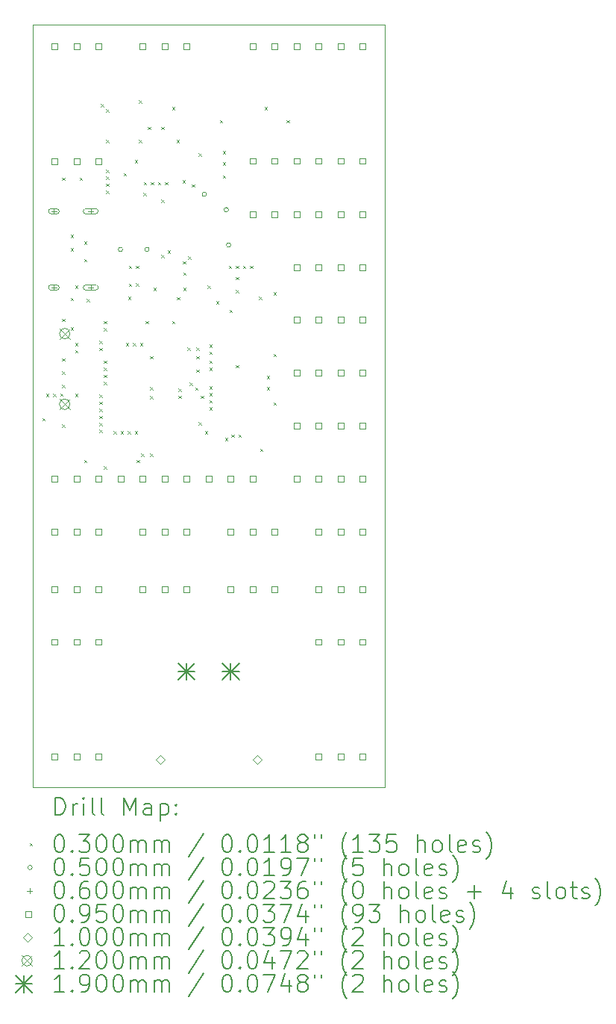
<source format=gbr>
%TF.GenerationSoftware,KiCad,Pcbnew,9.0.6*%
%TF.CreationDate,2026-01-30T19:38:50-05:00*%
%TF.ProjectId,flight controller,666c6967-6874-4206-936f-6e74726f6c6c,rev?*%
%TF.SameCoordinates,Original*%
%TF.FileFunction,Drillmap*%
%TF.FilePolarity,Positive*%
%FSLAX45Y45*%
G04 Gerber Fmt 4.5, Leading zero omitted, Abs format (unit mm)*
G04 Created by KiCad (PCBNEW 9.0.6) date 2026-01-30 19:38:50*
%MOMM*%
%LPD*%
G01*
G04 APERTURE LIST*
%ADD10C,0.050000*%
%ADD11C,0.200000*%
%ADD12C,0.100000*%
%ADD13C,0.120000*%
%ADD14C,0.190000*%
G04 APERTURE END LIST*
D10*
X13750000Y-5050000D02*
X17750000Y-5050000D01*
X17750000Y-13700000D01*
X13750000Y-13700000D01*
X13750000Y-5050000D01*
D11*
D12*
X13860000Y-9510000D02*
X13890000Y-9540000D01*
X13890000Y-9510000D02*
X13860000Y-9540000D01*
X13905000Y-9235000D02*
X13935000Y-9265000D01*
X13935000Y-9235000D02*
X13905000Y-9265000D01*
X13985000Y-9235000D02*
X14015000Y-9265000D01*
X14015000Y-9235000D02*
X13985000Y-9265000D01*
X14064895Y-9230898D02*
X14094895Y-9260898D01*
X14094895Y-9230898D02*
X14064895Y-9260898D01*
X14085000Y-6785000D02*
X14115000Y-6815000D01*
X14115000Y-6785000D02*
X14085000Y-6815000D01*
X14085000Y-8385000D02*
X14115000Y-8415000D01*
X14115000Y-8385000D02*
X14085000Y-8415000D01*
X14085000Y-8835000D02*
X14115000Y-8865000D01*
X14115000Y-8835000D02*
X14085000Y-8865000D01*
X14085000Y-8985000D02*
X14115000Y-9015000D01*
X14115000Y-8985000D02*
X14085000Y-9015000D01*
X14085000Y-9135000D02*
X14115000Y-9165000D01*
X14115000Y-9135000D02*
X14085000Y-9165000D01*
X14085000Y-9585000D02*
X14115000Y-9615000D01*
X14115000Y-9585000D02*
X14085000Y-9615000D01*
X14184752Y-8149900D02*
X14214752Y-8179900D01*
X14214752Y-8149900D02*
X14184752Y-8179900D01*
X14185000Y-7435000D02*
X14215000Y-7465000D01*
X14215000Y-7435000D02*
X14185000Y-7465000D01*
X14185000Y-7585000D02*
X14215000Y-7615000D01*
X14215000Y-7585000D02*
X14185000Y-7615000D01*
X14185000Y-8485000D02*
X14215000Y-8515000D01*
X14215000Y-8485000D02*
X14185000Y-8515000D01*
X14235000Y-8010000D02*
X14265000Y-8040000D01*
X14265000Y-8010000D02*
X14235000Y-8040000D01*
X14235000Y-8660000D02*
X14265000Y-8690000D01*
X14265000Y-8660000D02*
X14235000Y-8690000D01*
X14235000Y-8740000D02*
X14265000Y-8770000D01*
X14265000Y-8740000D02*
X14235000Y-8770000D01*
X14235000Y-9235000D02*
X14265000Y-9265000D01*
X14265000Y-9235000D02*
X14235000Y-9265000D01*
X14285000Y-6785000D02*
X14315000Y-6815000D01*
X14315000Y-6785000D02*
X14285000Y-6815000D01*
X14335000Y-7510000D02*
X14365000Y-7540000D01*
X14365000Y-7510000D02*
X14335000Y-7540000D01*
X14335000Y-7710000D02*
X14365000Y-7740000D01*
X14365000Y-7710000D02*
X14335000Y-7740000D01*
X14335000Y-9985000D02*
X14365000Y-10015000D01*
X14365000Y-9985000D02*
X14335000Y-10015000D01*
X14364800Y-8160000D02*
X14394800Y-8190000D01*
X14394800Y-8160000D02*
X14364800Y-8190000D01*
X14510000Y-8635000D02*
X14540000Y-8665000D01*
X14540000Y-8635000D02*
X14510000Y-8665000D01*
X14510000Y-8715000D02*
X14540000Y-8745000D01*
X14540000Y-8715000D02*
X14510000Y-8745000D01*
X14510000Y-9244999D02*
X14540000Y-9274999D01*
X14540000Y-9244999D02*
X14510000Y-9274999D01*
X14510000Y-9324999D02*
X14540000Y-9354999D01*
X14540000Y-9324999D02*
X14510000Y-9354999D01*
X14510000Y-9405000D02*
X14540000Y-9435000D01*
X14540000Y-9405000D02*
X14510000Y-9435000D01*
X14510000Y-9485000D02*
X14540000Y-9515000D01*
X14540000Y-9485000D02*
X14510000Y-9515000D01*
X14510000Y-9565000D02*
X14540000Y-9595000D01*
X14540000Y-9565000D02*
X14510000Y-9595000D01*
X14510000Y-9645001D02*
X14540000Y-9675001D01*
X14540000Y-9645001D02*
X14510000Y-9675001D01*
X14528431Y-5953431D02*
X14558431Y-5983431D01*
X14558431Y-5953431D02*
X14528431Y-5983431D01*
X14560000Y-8410000D02*
X14590000Y-8440000D01*
X14590000Y-8410000D02*
X14560000Y-8440000D01*
X14560000Y-8490000D02*
X14590000Y-8520000D01*
X14590000Y-8490000D02*
X14560000Y-8520000D01*
X14560000Y-8860000D02*
X14590000Y-8890000D01*
X14590000Y-8860000D02*
X14560000Y-8890000D01*
X14560000Y-8940000D02*
X14590000Y-8970000D01*
X14590000Y-8940000D02*
X14560000Y-8970000D01*
X14560000Y-9020001D02*
X14590000Y-9050001D01*
X14590000Y-9020001D02*
X14560000Y-9050001D01*
X14560000Y-9100001D02*
X14590000Y-9130001D01*
X14590000Y-9100001D02*
X14560000Y-9130001D01*
X14560000Y-10060000D02*
X14590000Y-10090000D01*
X14590000Y-10060000D02*
X14560000Y-10090000D01*
X14585000Y-6010000D02*
X14615000Y-6040000D01*
X14615000Y-6010000D02*
X14585000Y-6040000D01*
X14585000Y-6360000D02*
X14615000Y-6390000D01*
X14615000Y-6360000D02*
X14585000Y-6390000D01*
X14585000Y-6694999D02*
X14615000Y-6724999D01*
X14615000Y-6694999D02*
X14585000Y-6724999D01*
X14585000Y-6774999D02*
X14615000Y-6804999D01*
X14615000Y-6774999D02*
X14585000Y-6804999D01*
X14585000Y-6855000D02*
X14615000Y-6885000D01*
X14615000Y-6855000D02*
X14585000Y-6885000D01*
X14585000Y-6935000D02*
X14615000Y-6965000D01*
X14615000Y-6935000D02*
X14585000Y-6965000D01*
X14669999Y-9660000D02*
X14699999Y-9690000D01*
X14699999Y-9660000D02*
X14669999Y-9690000D01*
X14749999Y-9660000D02*
X14779999Y-9690000D01*
X14779999Y-9660000D02*
X14749999Y-9690000D01*
X14785000Y-6735000D02*
X14815000Y-6765000D01*
X14815000Y-6735000D02*
X14785000Y-6765000D01*
X14810000Y-8662500D02*
X14840000Y-8692500D01*
X14840000Y-8662500D02*
X14810000Y-8692500D01*
X14830000Y-9660000D02*
X14860000Y-9690000D01*
X14860000Y-9660000D02*
X14830000Y-9690000D01*
X14836253Y-8135763D02*
X14866253Y-8165763D01*
X14866253Y-8135763D02*
X14836253Y-8165763D01*
X14845000Y-7785000D02*
X14875000Y-7815000D01*
X14875000Y-7785000D02*
X14845000Y-7815000D01*
X14845000Y-7987762D02*
X14875000Y-8017762D01*
X14875000Y-7987762D02*
X14845000Y-8017762D01*
X14890000Y-8662500D02*
X14920000Y-8692500D01*
X14920000Y-8662500D02*
X14890000Y-8692500D01*
X14910000Y-9660000D02*
X14940000Y-9690000D01*
X14940000Y-9660000D02*
X14910000Y-9690000D01*
X14912000Y-6585000D02*
X14942000Y-6615000D01*
X14942000Y-6585000D02*
X14912000Y-6615000D01*
X14924928Y-7984366D02*
X14954928Y-8014366D01*
X14954928Y-7984366D02*
X14924928Y-8014366D01*
X14925000Y-7785000D02*
X14955000Y-7815000D01*
X14955000Y-7785000D02*
X14925000Y-7815000D01*
X14935000Y-9985000D02*
X14965000Y-10015000D01*
X14965000Y-9985000D02*
X14935000Y-10015000D01*
X14960000Y-5910000D02*
X14990000Y-5940000D01*
X14990000Y-5910000D02*
X14960000Y-5940000D01*
X14960000Y-6360000D02*
X14990000Y-6390000D01*
X14990000Y-6360000D02*
X14960000Y-6390000D01*
X14970001Y-8662500D02*
X15000001Y-8692500D01*
X15000001Y-8662500D02*
X14970001Y-8692500D01*
X14985000Y-9913935D02*
X15015000Y-9943935D01*
X15015000Y-9913935D02*
X14985000Y-9943935D01*
X15010000Y-6960100D02*
X15040000Y-6990100D01*
X15040000Y-6960100D02*
X15010000Y-6990100D01*
X15014499Y-6835000D02*
X15044499Y-6865000D01*
X15044499Y-6835000D02*
X15014499Y-6865000D01*
X15035000Y-8410000D02*
X15065000Y-8440000D01*
X15065000Y-8410000D02*
X15035000Y-8440000D01*
X15060000Y-6210000D02*
X15090000Y-6240000D01*
X15090000Y-6210000D02*
X15060000Y-6240000D01*
X15085000Y-8810000D02*
X15115000Y-8840000D01*
X15115000Y-8810000D02*
X15085000Y-8840000D01*
X15085000Y-9160000D02*
X15115000Y-9190000D01*
X15115000Y-9160000D02*
X15085000Y-9190000D01*
X15085000Y-9260000D02*
X15115000Y-9290000D01*
X15115000Y-9260000D02*
X15085000Y-9290000D01*
X15085000Y-9913935D02*
X15115000Y-9943935D01*
X15115000Y-9913935D02*
X15085000Y-9943935D01*
X15094499Y-6835000D02*
X15124499Y-6865000D01*
X15124499Y-6835000D02*
X15094499Y-6865000D01*
X15122500Y-8035000D02*
X15152500Y-8065000D01*
X15152500Y-8035000D02*
X15122500Y-8065000D01*
X15174500Y-6835000D02*
X15204500Y-6865000D01*
X15204500Y-6835000D02*
X15174500Y-6865000D01*
X15210000Y-6210000D02*
X15240000Y-6240000D01*
X15240000Y-6210000D02*
X15210000Y-6240000D01*
X15210000Y-7035000D02*
X15240000Y-7065000D01*
X15240000Y-7035000D02*
X15210000Y-7065000D01*
X15210000Y-7660000D02*
X15240000Y-7690000D01*
X15240000Y-7660000D02*
X15210000Y-7690000D01*
X15254500Y-6835000D02*
X15284500Y-6865000D01*
X15284500Y-6835000D02*
X15254500Y-6865000D01*
X15285000Y-7610000D02*
X15315000Y-7640000D01*
X15315000Y-7610000D02*
X15285000Y-7640000D01*
X15335000Y-5985000D02*
X15365000Y-6015000D01*
X15365000Y-5985000D02*
X15335000Y-6015000D01*
X15335000Y-8410000D02*
X15365000Y-8440000D01*
X15365000Y-8410000D02*
X15335000Y-8440000D01*
X15384500Y-6360000D02*
X15414500Y-6390000D01*
X15414500Y-6360000D02*
X15384500Y-6390000D01*
X15388468Y-8138857D02*
X15418468Y-8168857D01*
X15418468Y-8138857D02*
X15388468Y-8168857D01*
X15407605Y-9176805D02*
X15437605Y-9206805D01*
X15437605Y-9176805D02*
X15407605Y-9206805D01*
X15407605Y-9256805D02*
X15437605Y-9286805D01*
X15437605Y-9256805D02*
X15407605Y-9286805D01*
X15454844Y-6814094D02*
X15484844Y-6844094D01*
X15484844Y-6814094D02*
X15454844Y-6844094D01*
X15457500Y-7734900D02*
X15487500Y-7764900D01*
X15487500Y-7734900D02*
X15457500Y-7764900D01*
X15460000Y-7860000D02*
X15490000Y-7890000D01*
X15490000Y-7860000D02*
X15460000Y-7890000D01*
X15460000Y-8035000D02*
X15490000Y-8065000D01*
X15490000Y-8035000D02*
X15460000Y-8065000D01*
X15510000Y-8710000D02*
X15540000Y-8740000D01*
X15540000Y-8710000D02*
X15510000Y-8740000D01*
X15515486Y-7679785D02*
X15545486Y-7709785D01*
X15545486Y-7679785D02*
X15515486Y-7709785D01*
X15535000Y-9110000D02*
X15565000Y-9140000D01*
X15565000Y-9110000D02*
X15535000Y-9140000D01*
X15560000Y-6860000D02*
X15590000Y-6890000D01*
X15590000Y-6860000D02*
X15560000Y-6890000D01*
X15597500Y-9164418D02*
X15627500Y-9194418D01*
X15627500Y-9164418D02*
X15597500Y-9194418D01*
X15610000Y-8710000D02*
X15640000Y-8740000D01*
X15640000Y-8710000D02*
X15610000Y-8740000D01*
X15610000Y-8810000D02*
X15640000Y-8840000D01*
X15640000Y-8810000D02*
X15610000Y-8840000D01*
X15610000Y-8960000D02*
X15640000Y-8990000D01*
X15640000Y-8960000D02*
X15610000Y-8990000D01*
X15635000Y-6510000D02*
X15665000Y-6540000D01*
X15665000Y-6510000D02*
X15635000Y-6540000D01*
X15635000Y-9560000D02*
X15665000Y-9590000D01*
X15665000Y-9560000D02*
X15635000Y-9590000D01*
X15662858Y-9257203D02*
X15692858Y-9287203D01*
X15692858Y-9257203D02*
X15662858Y-9287203D01*
X15707669Y-9662331D02*
X15737669Y-9692331D01*
X15737669Y-9662331D02*
X15707669Y-9692331D01*
X15735000Y-8010000D02*
X15765000Y-8040000D01*
X15765000Y-8010000D02*
X15735000Y-8040000D01*
X15759137Y-8678102D02*
X15789137Y-8708102D01*
X15789137Y-8678102D02*
X15759137Y-8708102D01*
X15760000Y-8760000D02*
X15790000Y-8790000D01*
X15790000Y-8760000D02*
X15760000Y-8790000D01*
X15760000Y-8860000D02*
X15790000Y-8890000D01*
X15790000Y-8860000D02*
X15760000Y-8890000D01*
X15760000Y-8940000D02*
X15790000Y-8970000D01*
X15790000Y-8940000D02*
X15760000Y-8970000D01*
X15760000Y-9149999D02*
X15790000Y-9179999D01*
X15790000Y-9149999D02*
X15760000Y-9179999D01*
X15760000Y-9230000D02*
X15790000Y-9260000D01*
X15790000Y-9230000D02*
X15760000Y-9260000D01*
X15760000Y-9310000D02*
X15790000Y-9340000D01*
X15790000Y-9310000D02*
X15760000Y-9340000D01*
X15760000Y-9390000D02*
X15790000Y-9420000D01*
X15790000Y-9390000D02*
X15760000Y-9420000D01*
X15835000Y-8185000D02*
X15865000Y-8215000D01*
X15865000Y-8185000D02*
X15835000Y-8215000D01*
X15875000Y-6135000D02*
X15905000Y-6165000D01*
X15905000Y-6135000D02*
X15875000Y-6165000D01*
X15910000Y-6485000D02*
X15940000Y-6515000D01*
X15940000Y-6485000D02*
X15910000Y-6515000D01*
X15910000Y-6610000D02*
X15940000Y-6640000D01*
X15940000Y-6610000D02*
X15910000Y-6640000D01*
X15910000Y-6760000D02*
X15940000Y-6790000D01*
X15940000Y-6760000D02*
X15910000Y-6790000D01*
X15935000Y-9735000D02*
X15965000Y-9765000D01*
X15965000Y-9735000D02*
X15935000Y-9765000D01*
X15980000Y-7785000D02*
X16010000Y-7815000D01*
X16010000Y-7785000D02*
X15980000Y-7815000D01*
X15985000Y-8285000D02*
X16015000Y-8315000D01*
X16015000Y-8285000D02*
X15985000Y-8315000D01*
X16010000Y-9697500D02*
X16040000Y-9727500D01*
X16040000Y-9697500D02*
X16010000Y-9727500D01*
X16060000Y-7785000D02*
X16090000Y-7815000D01*
X16090000Y-7785000D02*
X16060000Y-7815000D01*
X16060000Y-7910000D02*
X16090000Y-7940000D01*
X16090000Y-7910000D02*
X16060000Y-7940000D01*
X16060000Y-8060000D02*
X16090000Y-8090000D01*
X16090000Y-8060000D02*
X16060000Y-8090000D01*
X16060000Y-8910000D02*
X16090000Y-8940000D01*
X16090000Y-8910000D02*
X16060000Y-8940000D01*
X16090000Y-9697500D02*
X16120000Y-9727500D01*
X16120000Y-9697500D02*
X16090000Y-9727500D01*
X16140000Y-7785000D02*
X16170000Y-7815000D01*
X16170000Y-7785000D02*
X16140000Y-7815000D01*
X16220001Y-7785000D02*
X16250001Y-7815000D01*
X16250001Y-7785000D02*
X16220001Y-7815000D01*
X16321220Y-8137500D02*
X16351220Y-8167500D01*
X16351220Y-8137500D02*
X16321220Y-8167500D01*
X16335000Y-9860000D02*
X16365000Y-9890000D01*
X16365000Y-9860000D02*
X16335000Y-9890000D01*
X16385000Y-5985000D02*
X16415000Y-6015000D01*
X16415000Y-5985000D02*
X16385000Y-6015000D01*
X16410000Y-9035000D02*
X16440000Y-9065000D01*
X16440000Y-9035000D02*
X16410000Y-9065000D01*
X16410000Y-9160000D02*
X16440000Y-9190000D01*
X16440000Y-9160000D02*
X16410000Y-9190000D01*
X16485000Y-8085000D02*
X16515000Y-8115000D01*
X16515000Y-8085000D02*
X16485000Y-8115000D01*
X16485000Y-8785000D02*
X16515000Y-8815000D01*
X16515000Y-8785000D02*
X16485000Y-8815000D01*
X16485000Y-9335000D02*
X16515000Y-9365000D01*
X16515000Y-9335000D02*
X16485000Y-9365000D01*
X16635000Y-6135000D02*
X16665000Y-6165000D01*
X16665000Y-6135000D02*
X16635000Y-6165000D01*
X14775000Y-7600000D02*
G75*
G02*
X14725000Y-7600000I-25000J0D01*
G01*
X14725000Y-7600000D02*
G75*
G02*
X14775000Y-7600000I25000J0D01*
G01*
X15075000Y-7600000D02*
G75*
G02*
X15025000Y-7600000I-25000J0D01*
G01*
X15025000Y-7600000D02*
G75*
G02*
X15075000Y-7600000I25000J0D01*
G01*
X15725000Y-6975000D02*
G75*
G02*
X15675000Y-6975000I-25000J0D01*
G01*
X15675000Y-6975000D02*
G75*
G02*
X15725000Y-6975000I25000J0D01*
G01*
X15975000Y-7150000D02*
G75*
G02*
X15925000Y-7150000I-25000J0D01*
G01*
X15925000Y-7150000D02*
G75*
G02*
X15975000Y-7150000I25000J0D01*
G01*
X16000000Y-7550000D02*
G75*
G02*
X15950000Y-7550000I-25000J0D01*
G01*
X15950000Y-7550000D02*
G75*
G02*
X16000000Y-7550000I25000J0D01*
G01*
X13992500Y-7138000D02*
X13992500Y-7198000D01*
X13962500Y-7168000D02*
X14022500Y-7168000D01*
X14022500Y-7138000D02*
X13962500Y-7138000D01*
X13962500Y-7198000D02*
G75*
G02*
X13962500Y-7138000I0J30000D01*
G01*
X13962500Y-7198000D02*
X14022500Y-7198000D01*
X14022500Y-7198000D02*
G75*
G03*
X14022500Y-7138000I0J30000D01*
G01*
X13992500Y-8002000D02*
X13992500Y-8062000D01*
X13962500Y-8032000D02*
X14022500Y-8032000D01*
X14022500Y-8002000D02*
X13962500Y-8002000D01*
X13962500Y-8062000D02*
G75*
G02*
X13962500Y-8002000I0J30000D01*
G01*
X13962500Y-8062000D02*
X14022500Y-8062000D01*
X14022500Y-8062000D02*
G75*
G03*
X14022500Y-8002000I0J30000D01*
G01*
X14410500Y-7138000D02*
X14410500Y-7198000D01*
X14380500Y-7168000D02*
X14440500Y-7168000D01*
X14465500Y-7138000D02*
X14355500Y-7138000D01*
X14355500Y-7198000D02*
G75*
G02*
X14355500Y-7138000I0J30000D01*
G01*
X14355500Y-7198000D02*
X14465500Y-7198000D01*
X14465500Y-7198000D02*
G75*
G03*
X14465500Y-7138000I0J30000D01*
G01*
X14410500Y-8002000D02*
X14410500Y-8062000D01*
X14380500Y-8032000D02*
X14440500Y-8032000D01*
X14465500Y-8002000D02*
X14355500Y-8002000D01*
X14355500Y-8062000D02*
G75*
G02*
X14355500Y-8002000I0J30000D01*
G01*
X14355500Y-8062000D02*
X14465500Y-8062000D01*
X14465500Y-8062000D02*
G75*
G03*
X14465500Y-8002000I0J30000D01*
G01*
X14033588Y-5333588D02*
X14033588Y-5266412D01*
X13966412Y-5266412D01*
X13966412Y-5333588D01*
X14033588Y-5333588D01*
X14033588Y-6633588D02*
X14033588Y-6566412D01*
X13966412Y-6566412D01*
X13966412Y-6633588D01*
X14033588Y-6633588D01*
X14033588Y-10233588D02*
X14033588Y-10166412D01*
X13966412Y-10166412D01*
X13966412Y-10233588D01*
X14033588Y-10233588D01*
X14033588Y-10833588D02*
X14033588Y-10766412D01*
X13966412Y-10766412D01*
X13966412Y-10833588D01*
X14033588Y-10833588D01*
X14033588Y-11483588D02*
X14033588Y-11416412D01*
X13966412Y-11416412D01*
X13966412Y-11483588D01*
X14033588Y-11483588D01*
X14033588Y-12083588D02*
X14033588Y-12016412D01*
X13966412Y-12016412D01*
X13966412Y-12083588D01*
X14033588Y-12083588D01*
X14033588Y-13381088D02*
X14033588Y-13313912D01*
X13966412Y-13313912D01*
X13966412Y-13381088D01*
X14033588Y-13381088D01*
X14283588Y-5333588D02*
X14283588Y-5266412D01*
X14216412Y-5266412D01*
X14216412Y-5333588D01*
X14283588Y-5333588D01*
X14283588Y-6633588D02*
X14283588Y-6566412D01*
X14216412Y-6566412D01*
X14216412Y-6633588D01*
X14283588Y-6633588D01*
X14283588Y-10233588D02*
X14283588Y-10166412D01*
X14216412Y-10166412D01*
X14216412Y-10233588D01*
X14283588Y-10233588D01*
X14283588Y-10833588D02*
X14283588Y-10766412D01*
X14216412Y-10766412D01*
X14216412Y-10833588D01*
X14283588Y-10833588D01*
X14283588Y-11483588D02*
X14283588Y-11416412D01*
X14216412Y-11416412D01*
X14216412Y-11483588D01*
X14283588Y-11483588D01*
X14283588Y-12083588D02*
X14283588Y-12016412D01*
X14216412Y-12016412D01*
X14216412Y-12083588D01*
X14283588Y-12083588D01*
X14283588Y-13381088D02*
X14283588Y-13313912D01*
X14216412Y-13313912D01*
X14216412Y-13381088D01*
X14283588Y-13381088D01*
X14533588Y-5333588D02*
X14533588Y-5266412D01*
X14466412Y-5266412D01*
X14466412Y-5333588D01*
X14533588Y-5333588D01*
X14533588Y-6633588D02*
X14533588Y-6566412D01*
X14466412Y-6566412D01*
X14466412Y-6633588D01*
X14533588Y-6633588D01*
X14533588Y-10233588D02*
X14533588Y-10166412D01*
X14466412Y-10166412D01*
X14466412Y-10233588D01*
X14533588Y-10233588D01*
X14533588Y-10833588D02*
X14533588Y-10766412D01*
X14466412Y-10766412D01*
X14466412Y-10833588D01*
X14533588Y-10833588D01*
X14533588Y-11483588D02*
X14533588Y-11416412D01*
X14466412Y-11416412D01*
X14466412Y-11483588D01*
X14533588Y-11483588D01*
X14533588Y-12083588D02*
X14533588Y-12016412D01*
X14466412Y-12016412D01*
X14466412Y-12083588D01*
X14533588Y-12083588D01*
X14533588Y-13381088D02*
X14533588Y-13313912D01*
X14466412Y-13313912D01*
X14466412Y-13381088D01*
X14533588Y-13381088D01*
X14783588Y-10233588D02*
X14783588Y-10166412D01*
X14716412Y-10166412D01*
X14716412Y-10233588D01*
X14783588Y-10233588D01*
X15033588Y-5333588D02*
X15033588Y-5266412D01*
X14966412Y-5266412D01*
X14966412Y-5333588D01*
X15033588Y-5333588D01*
X15033588Y-10233588D02*
X15033588Y-10166412D01*
X14966412Y-10166412D01*
X14966412Y-10233588D01*
X15033588Y-10233588D01*
X15033588Y-10833588D02*
X15033588Y-10766412D01*
X14966412Y-10766412D01*
X14966412Y-10833588D01*
X15033588Y-10833588D01*
X15033588Y-11483588D02*
X15033588Y-11416412D01*
X14966412Y-11416412D01*
X14966412Y-11483588D01*
X15033588Y-11483588D01*
X15283588Y-5333588D02*
X15283588Y-5266412D01*
X15216412Y-5266412D01*
X15216412Y-5333588D01*
X15283588Y-5333588D01*
X15283588Y-10233588D02*
X15283588Y-10166412D01*
X15216412Y-10166412D01*
X15216412Y-10233588D01*
X15283588Y-10233588D01*
X15283588Y-10833588D02*
X15283588Y-10766412D01*
X15216412Y-10766412D01*
X15216412Y-10833588D01*
X15283588Y-10833588D01*
X15283588Y-11483588D02*
X15283588Y-11416412D01*
X15216412Y-11416412D01*
X15216412Y-11483588D01*
X15283588Y-11483588D01*
X15533588Y-5333588D02*
X15533588Y-5266412D01*
X15466412Y-5266412D01*
X15466412Y-5333588D01*
X15533588Y-5333588D01*
X15533588Y-10233588D02*
X15533588Y-10166412D01*
X15466412Y-10166412D01*
X15466412Y-10233588D01*
X15533588Y-10233588D01*
X15533588Y-10833588D02*
X15533588Y-10766412D01*
X15466412Y-10766412D01*
X15466412Y-10833588D01*
X15533588Y-10833588D01*
X15533588Y-11483588D02*
X15533588Y-11416412D01*
X15466412Y-11416412D01*
X15466412Y-11483588D01*
X15533588Y-11483588D01*
X15783588Y-10233588D02*
X15783588Y-10166412D01*
X15716412Y-10166412D01*
X15716412Y-10233588D01*
X15783588Y-10233588D01*
X16033588Y-10233588D02*
X16033588Y-10166412D01*
X15966412Y-10166412D01*
X15966412Y-10233588D01*
X16033588Y-10233588D01*
X16033588Y-10833588D02*
X16033588Y-10766412D01*
X15966412Y-10766412D01*
X15966412Y-10833588D01*
X16033588Y-10833588D01*
X16033588Y-11483588D02*
X16033588Y-11416412D01*
X15966412Y-11416412D01*
X15966412Y-11483588D01*
X16033588Y-11483588D01*
X16283588Y-5333588D02*
X16283588Y-5266412D01*
X16216412Y-5266412D01*
X16216412Y-5333588D01*
X16283588Y-5333588D01*
X16283588Y-6631088D02*
X16283588Y-6563912D01*
X16216412Y-6563912D01*
X16216412Y-6631088D01*
X16283588Y-6631088D01*
X16283588Y-7233588D02*
X16283588Y-7166412D01*
X16216412Y-7166412D01*
X16216412Y-7233588D01*
X16283588Y-7233588D01*
X16283588Y-10233588D02*
X16283588Y-10166412D01*
X16216412Y-10166412D01*
X16216412Y-10233588D01*
X16283588Y-10233588D01*
X16283588Y-10833588D02*
X16283588Y-10766412D01*
X16216412Y-10766412D01*
X16216412Y-10833588D01*
X16283588Y-10833588D01*
X16283588Y-11483588D02*
X16283588Y-11416412D01*
X16216412Y-11416412D01*
X16216412Y-11483588D01*
X16283588Y-11483588D01*
X16533588Y-5333588D02*
X16533588Y-5266412D01*
X16466412Y-5266412D01*
X16466412Y-5333588D01*
X16533588Y-5333588D01*
X16533588Y-6631088D02*
X16533588Y-6563912D01*
X16466412Y-6563912D01*
X16466412Y-6631088D01*
X16533588Y-6631088D01*
X16533588Y-7233588D02*
X16533588Y-7166412D01*
X16466412Y-7166412D01*
X16466412Y-7233588D01*
X16533588Y-7233588D01*
X16533588Y-10833588D02*
X16533588Y-10766412D01*
X16466412Y-10766412D01*
X16466412Y-10833588D01*
X16533588Y-10833588D01*
X16533588Y-11483588D02*
X16533588Y-11416412D01*
X16466412Y-11416412D01*
X16466412Y-11483588D01*
X16533588Y-11483588D01*
X16783588Y-5333588D02*
X16783588Y-5266412D01*
X16716412Y-5266412D01*
X16716412Y-5333588D01*
X16783588Y-5333588D01*
X16783588Y-6631088D02*
X16783588Y-6563912D01*
X16716412Y-6563912D01*
X16716412Y-6631088D01*
X16783588Y-6631088D01*
X16783588Y-7233588D02*
X16783588Y-7166412D01*
X16716412Y-7166412D01*
X16716412Y-7233588D01*
X16783588Y-7233588D01*
X16783588Y-7833588D02*
X16783588Y-7766412D01*
X16716412Y-7766412D01*
X16716412Y-7833588D01*
X16783588Y-7833588D01*
X16783588Y-8433588D02*
X16783588Y-8366412D01*
X16716412Y-8366412D01*
X16716412Y-8433588D01*
X16783588Y-8433588D01*
X16783588Y-9033588D02*
X16783588Y-8966412D01*
X16716412Y-8966412D01*
X16716412Y-9033588D01*
X16783588Y-9033588D01*
X16783588Y-9633588D02*
X16783588Y-9566412D01*
X16716412Y-9566412D01*
X16716412Y-9633588D01*
X16783588Y-9633588D01*
X16783588Y-10233588D02*
X16783588Y-10166412D01*
X16716412Y-10166412D01*
X16716412Y-10233588D01*
X16783588Y-10233588D01*
X17033588Y-5333588D02*
X17033588Y-5266412D01*
X16966412Y-5266412D01*
X16966412Y-5333588D01*
X17033588Y-5333588D01*
X17033588Y-6631088D02*
X17033588Y-6563912D01*
X16966412Y-6563912D01*
X16966412Y-6631088D01*
X17033588Y-6631088D01*
X17033588Y-7233588D02*
X17033588Y-7166412D01*
X16966412Y-7166412D01*
X16966412Y-7233588D01*
X17033588Y-7233588D01*
X17033588Y-7833588D02*
X17033588Y-7766412D01*
X16966412Y-7766412D01*
X16966412Y-7833588D01*
X17033588Y-7833588D01*
X17033588Y-8433588D02*
X17033588Y-8366412D01*
X16966412Y-8366412D01*
X16966412Y-8433588D01*
X17033588Y-8433588D01*
X17033588Y-9033588D02*
X17033588Y-8966412D01*
X16966412Y-8966412D01*
X16966412Y-9033588D01*
X17033588Y-9033588D01*
X17033588Y-9633588D02*
X17033588Y-9566412D01*
X16966412Y-9566412D01*
X16966412Y-9633588D01*
X17033588Y-9633588D01*
X17033588Y-10233588D02*
X17033588Y-10166412D01*
X16966412Y-10166412D01*
X16966412Y-10233588D01*
X17033588Y-10233588D01*
X17033588Y-10833588D02*
X17033588Y-10766412D01*
X16966412Y-10766412D01*
X16966412Y-10833588D01*
X17033588Y-10833588D01*
X17033588Y-11483588D02*
X17033588Y-11416412D01*
X16966412Y-11416412D01*
X16966412Y-11483588D01*
X17033588Y-11483588D01*
X17033588Y-12083588D02*
X17033588Y-12016412D01*
X16966412Y-12016412D01*
X16966412Y-12083588D01*
X17033588Y-12083588D01*
X17033588Y-13381088D02*
X17033588Y-13313912D01*
X16966412Y-13313912D01*
X16966412Y-13381088D01*
X17033588Y-13381088D01*
X17283588Y-5333588D02*
X17283588Y-5266412D01*
X17216412Y-5266412D01*
X17216412Y-5333588D01*
X17283588Y-5333588D01*
X17283588Y-6631088D02*
X17283588Y-6563912D01*
X17216412Y-6563912D01*
X17216412Y-6631088D01*
X17283588Y-6631088D01*
X17283588Y-7233588D02*
X17283588Y-7166412D01*
X17216412Y-7166412D01*
X17216412Y-7233588D01*
X17283588Y-7233588D01*
X17283588Y-7833588D02*
X17283588Y-7766412D01*
X17216412Y-7766412D01*
X17216412Y-7833588D01*
X17283588Y-7833588D01*
X17283588Y-8433588D02*
X17283588Y-8366412D01*
X17216412Y-8366412D01*
X17216412Y-8433588D01*
X17283588Y-8433588D01*
X17283588Y-9033588D02*
X17283588Y-8966412D01*
X17216412Y-8966412D01*
X17216412Y-9033588D01*
X17283588Y-9033588D01*
X17283588Y-9633588D02*
X17283588Y-9566412D01*
X17216412Y-9566412D01*
X17216412Y-9633588D01*
X17283588Y-9633588D01*
X17283588Y-10233588D02*
X17283588Y-10166412D01*
X17216412Y-10166412D01*
X17216412Y-10233588D01*
X17283588Y-10233588D01*
X17283588Y-10833588D02*
X17283588Y-10766412D01*
X17216412Y-10766412D01*
X17216412Y-10833588D01*
X17283588Y-10833588D01*
X17283588Y-11483588D02*
X17283588Y-11416412D01*
X17216412Y-11416412D01*
X17216412Y-11483588D01*
X17283588Y-11483588D01*
X17283588Y-12083588D02*
X17283588Y-12016412D01*
X17216412Y-12016412D01*
X17216412Y-12083588D01*
X17283588Y-12083588D01*
X17283588Y-13381088D02*
X17283588Y-13313912D01*
X17216412Y-13313912D01*
X17216412Y-13381088D01*
X17283588Y-13381088D01*
X17533588Y-5333588D02*
X17533588Y-5266412D01*
X17466412Y-5266412D01*
X17466412Y-5333588D01*
X17533588Y-5333588D01*
X17533588Y-6631088D02*
X17533588Y-6563912D01*
X17466412Y-6563912D01*
X17466412Y-6631088D01*
X17533588Y-6631088D01*
X17533588Y-7233588D02*
X17533588Y-7166412D01*
X17466412Y-7166412D01*
X17466412Y-7233588D01*
X17533588Y-7233588D01*
X17533588Y-7833588D02*
X17533588Y-7766412D01*
X17466412Y-7766412D01*
X17466412Y-7833588D01*
X17533588Y-7833588D01*
X17533588Y-8433588D02*
X17533588Y-8366412D01*
X17466412Y-8366412D01*
X17466412Y-8433588D01*
X17533588Y-8433588D01*
X17533588Y-9033588D02*
X17533588Y-8966412D01*
X17466412Y-8966412D01*
X17466412Y-9033588D01*
X17533588Y-9033588D01*
X17533588Y-9633588D02*
X17533588Y-9566412D01*
X17466412Y-9566412D01*
X17466412Y-9633588D01*
X17533588Y-9633588D01*
X17533588Y-10233588D02*
X17533588Y-10166412D01*
X17466412Y-10166412D01*
X17466412Y-10233588D01*
X17533588Y-10233588D01*
X17533588Y-10833588D02*
X17533588Y-10766412D01*
X17466412Y-10766412D01*
X17466412Y-10833588D01*
X17533588Y-10833588D01*
X17533588Y-11483588D02*
X17533588Y-11416412D01*
X17466412Y-11416412D01*
X17466412Y-11483588D01*
X17533588Y-11483588D01*
X17533588Y-12083588D02*
X17533588Y-12016412D01*
X17466412Y-12016412D01*
X17466412Y-12083588D01*
X17533588Y-12083588D01*
X17533588Y-13381088D02*
X17533588Y-13313912D01*
X17466412Y-13313912D01*
X17466412Y-13381088D01*
X17533588Y-13381088D01*
X15200000Y-13432500D02*
X15250000Y-13382500D01*
X15200000Y-13332500D01*
X15150000Y-13382500D01*
X15200000Y-13432500D01*
X16300000Y-13432500D02*
X16350000Y-13382500D01*
X16300000Y-13332500D01*
X16250000Y-13382500D01*
X16300000Y-13432500D01*
D13*
X14056250Y-8495000D02*
X14176250Y-8615000D01*
X14176250Y-8495000D02*
X14056250Y-8615000D01*
X14176250Y-8555000D02*
G75*
G02*
X14056250Y-8555000I-60000J0D01*
G01*
X14056250Y-8555000D02*
G75*
G02*
X14176250Y-8555000I60000J0D01*
G01*
X14056250Y-9295000D02*
X14176250Y-9415000D01*
X14176250Y-9295000D02*
X14056250Y-9415000D01*
X14176250Y-9355000D02*
G75*
G02*
X14056250Y-9355000I-60000J0D01*
G01*
X14056250Y-9355000D02*
G75*
G02*
X14176250Y-9355000I60000J0D01*
G01*
D14*
X15405000Y-12287500D02*
X15595000Y-12477500D01*
X15595000Y-12287500D02*
X15405000Y-12477500D01*
X15500000Y-12287500D02*
X15500000Y-12477500D01*
X15405000Y-12382500D02*
X15595000Y-12382500D01*
X15905000Y-12287500D02*
X16095000Y-12477500D01*
X16095000Y-12287500D02*
X15905000Y-12477500D01*
X16000000Y-12287500D02*
X16000000Y-12477500D01*
X15905000Y-12382500D02*
X16095000Y-12382500D01*
D11*
X14008277Y-14013984D02*
X14008277Y-13813984D01*
X14008277Y-13813984D02*
X14055896Y-13813984D01*
X14055896Y-13813984D02*
X14084467Y-13823508D01*
X14084467Y-13823508D02*
X14103515Y-13842555D01*
X14103515Y-13842555D02*
X14113039Y-13861603D01*
X14113039Y-13861603D02*
X14122562Y-13899698D01*
X14122562Y-13899698D02*
X14122562Y-13928269D01*
X14122562Y-13928269D02*
X14113039Y-13966365D01*
X14113039Y-13966365D02*
X14103515Y-13985412D01*
X14103515Y-13985412D02*
X14084467Y-14004460D01*
X14084467Y-14004460D02*
X14055896Y-14013984D01*
X14055896Y-14013984D02*
X14008277Y-14013984D01*
X14208277Y-14013984D02*
X14208277Y-13880650D01*
X14208277Y-13918746D02*
X14217801Y-13899698D01*
X14217801Y-13899698D02*
X14227324Y-13890174D01*
X14227324Y-13890174D02*
X14246372Y-13880650D01*
X14246372Y-13880650D02*
X14265420Y-13880650D01*
X14332086Y-14013984D02*
X14332086Y-13880650D01*
X14332086Y-13813984D02*
X14322562Y-13823508D01*
X14322562Y-13823508D02*
X14332086Y-13833031D01*
X14332086Y-13833031D02*
X14341610Y-13823508D01*
X14341610Y-13823508D02*
X14332086Y-13813984D01*
X14332086Y-13813984D02*
X14332086Y-13833031D01*
X14455896Y-14013984D02*
X14436848Y-14004460D01*
X14436848Y-14004460D02*
X14427324Y-13985412D01*
X14427324Y-13985412D02*
X14427324Y-13813984D01*
X14560658Y-14013984D02*
X14541610Y-14004460D01*
X14541610Y-14004460D02*
X14532086Y-13985412D01*
X14532086Y-13985412D02*
X14532086Y-13813984D01*
X14789229Y-14013984D02*
X14789229Y-13813984D01*
X14789229Y-13813984D02*
X14855896Y-13956841D01*
X14855896Y-13956841D02*
X14922562Y-13813984D01*
X14922562Y-13813984D02*
X14922562Y-14013984D01*
X15103515Y-14013984D02*
X15103515Y-13909222D01*
X15103515Y-13909222D02*
X15093991Y-13890174D01*
X15093991Y-13890174D02*
X15074943Y-13880650D01*
X15074943Y-13880650D02*
X15036848Y-13880650D01*
X15036848Y-13880650D02*
X15017801Y-13890174D01*
X15103515Y-14004460D02*
X15084467Y-14013984D01*
X15084467Y-14013984D02*
X15036848Y-14013984D01*
X15036848Y-14013984D02*
X15017801Y-14004460D01*
X15017801Y-14004460D02*
X15008277Y-13985412D01*
X15008277Y-13985412D02*
X15008277Y-13966365D01*
X15008277Y-13966365D02*
X15017801Y-13947317D01*
X15017801Y-13947317D02*
X15036848Y-13937793D01*
X15036848Y-13937793D02*
X15084467Y-13937793D01*
X15084467Y-13937793D02*
X15103515Y-13928269D01*
X15198753Y-13880650D02*
X15198753Y-14080650D01*
X15198753Y-13890174D02*
X15217801Y-13880650D01*
X15217801Y-13880650D02*
X15255896Y-13880650D01*
X15255896Y-13880650D02*
X15274943Y-13890174D01*
X15274943Y-13890174D02*
X15284467Y-13899698D01*
X15284467Y-13899698D02*
X15293991Y-13918746D01*
X15293991Y-13918746D02*
X15293991Y-13975888D01*
X15293991Y-13975888D02*
X15284467Y-13994936D01*
X15284467Y-13994936D02*
X15274943Y-14004460D01*
X15274943Y-14004460D02*
X15255896Y-14013984D01*
X15255896Y-14013984D02*
X15217801Y-14013984D01*
X15217801Y-14013984D02*
X15198753Y-14004460D01*
X15379705Y-13994936D02*
X15389229Y-14004460D01*
X15389229Y-14004460D02*
X15379705Y-14013984D01*
X15379705Y-14013984D02*
X15370182Y-14004460D01*
X15370182Y-14004460D02*
X15379705Y-13994936D01*
X15379705Y-13994936D02*
X15379705Y-14013984D01*
X15379705Y-13890174D02*
X15389229Y-13899698D01*
X15389229Y-13899698D02*
X15379705Y-13909222D01*
X15379705Y-13909222D02*
X15370182Y-13899698D01*
X15370182Y-13899698D02*
X15379705Y-13890174D01*
X15379705Y-13890174D02*
X15379705Y-13909222D01*
D12*
X13717500Y-14327500D02*
X13747500Y-14357500D01*
X13747500Y-14327500D02*
X13717500Y-14357500D01*
D11*
X14046372Y-14233984D02*
X14065420Y-14233984D01*
X14065420Y-14233984D02*
X14084467Y-14243508D01*
X14084467Y-14243508D02*
X14093991Y-14253031D01*
X14093991Y-14253031D02*
X14103515Y-14272079D01*
X14103515Y-14272079D02*
X14113039Y-14310174D01*
X14113039Y-14310174D02*
X14113039Y-14357793D01*
X14113039Y-14357793D02*
X14103515Y-14395888D01*
X14103515Y-14395888D02*
X14093991Y-14414936D01*
X14093991Y-14414936D02*
X14084467Y-14424460D01*
X14084467Y-14424460D02*
X14065420Y-14433984D01*
X14065420Y-14433984D02*
X14046372Y-14433984D01*
X14046372Y-14433984D02*
X14027324Y-14424460D01*
X14027324Y-14424460D02*
X14017801Y-14414936D01*
X14017801Y-14414936D02*
X14008277Y-14395888D01*
X14008277Y-14395888D02*
X13998753Y-14357793D01*
X13998753Y-14357793D02*
X13998753Y-14310174D01*
X13998753Y-14310174D02*
X14008277Y-14272079D01*
X14008277Y-14272079D02*
X14017801Y-14253031D01*
X14017801Y-14253031D02*
X14027324Y-14243508D01*
X14027324Y-14243508D02*
X14046372Y-14233984D01*
X14198753Y-14414936D02*
X14208277Y-14424460D01*
X14208277Y-14424460D02*
X14198753Y-14433984D01*
X14198753Y-14433984D02*
X14189229Y-14424460D01*
X14189229Y-14424460D02*
X14198753Y-14414936D01*
X14198753Y-14414936D02*
X14198753Y-14433984D01*
X14274943Y-14233984D02*
X14398753Y-14233984D01*
X14398753Y-14233984D02*
X14332086Y-14310174D01*
X14332086Y-14310174D02*
X14360658Y-14310174D01*
X14360658Y-14310174D02*
X14379705Y-14319698D01*
X14379705Y-14319698D02*
X14389229Y-14329222D01*
X14389229Y-14329222D02*
X14398753Y-14348269D01*
X14398753Y-14348269D02*
X14398753Y-14395888D01*
X14398753Y-14395888D02*
X14389229Y-14414936D01*
X14389229Y-14414936D02*
X14379705Y-14424460D01*
X14379705Y-14424460D02*
X14360658Y-14433984D01*
X14360658Y-14433984D02*
X14303515Y-14433984D01*
X14303515Y-14433984D02*
X14284467Y-14424460D01*
X14284467Y-14424460D02*
X14274943Y-14414936D01*
X14522562Y-14233984D02*
X14541610Y-14233984D01*
X14541610Y-14233984D02*
X14560658Y-14243508D01*
X14560658Y-14243508D02*
X14570182Y-14253031D01*
X14570182Y-14253031D02*
X14579705Y-14272079D01*
X14579705Y-14272079D02*
X14589229Y-14310174D01*
X14589229Y-14310174D02*
X14589229Y-14357793D01*
X14589229Y-14357793D02*
X14579705Y-14395888D01*
X14579705Y-14395888D02*
X14570182Y-14414936D01*
X14570182Y-14414936D02*
X14560658Y-14424460D01*
X14560658Y-14424460D02*
X14541610Y-14433984D01*
X14541610Y-14433984D02*
X14522562Y-14433984D01*
X14522562Y-14433984D02*
X14503515Y-14424460D01*
X14503515Y-14424460D02*
X14493991Y-14414936D01*
X14493991Y-14414936D02*
X14484467Y-14395888D01*
X14484467Y-14395888D02*
X14474943Y-14357793D01*
X14474943Y-14357793D02*
X14474943Y-14310174D01*
X14474943Y-14310174D02*
X14484467Y-14272079D01*
X14484467Y-14272079D02*
X14493991Y-14253031D01*
X14493991Y-14253031D02*
X14503515Y-14243508D01*
X14503515Y-14243508D02*
X14522562Y-14233984D01*
X14713039Y-14233984D02*
X14732086Y-14233984D01*
X14732086Y-14233984D02*
X14751134Y-14243508D01*
X14751134Y-14243508D02*
X14760658Y-14253031D01*
X14760658Y-14253031D02*
X14770182Y-14272079D01*
X14770182Y-14272079D02*
X14779705Y-14310174D01*
X14779705Y-14310174D02*
X14779705Y-14357793D01*
X14779705Y-14357793D02*
X14770182Y-14395888D01*
X14770182Y-14395888D02*
X14760658Y-14414936D01*
X14760658Y-14414936D02*
X14751134Y-14424460D01*
X14751134Y-14424460D02*
X14732086Y-14433984D01*
X14732086Y-14433984D02*
X14713039Y-14433984D01*
X14713039Y-14433984D02*
X14693991Y-14424460D01*
X14693991Y-14424460D02*
X14684467Y-14414936D01*
X14684467Y-14414936D02*
X14674943Y-14395888D01*
X14674943Y-14395888D02*
X14665420Y-14357793D01*
X14665420Y-14357793D02*
X14665420Y-14310174D01*
X14665420Y-14310174D02*
X14674943Y-14272079D01*
X14674943Y-14272079D02*
X14684467Y-14253031D01*
X14684467Y-14253031D02*
X14693991Y-14243508D01*
X14693991Y-14243508D02*
X14713039Y-14233984D01*
X14865420Y-14433984D02*
X14865420Y-14300650D01*
X14865420Y-14319698D02*
X14874943Y-14310174D01*
X14874943Y-14310174D02*
X14893991Y-14300650D01*
X14893991Y-14300650D02*
X14922563Y-14300650D01*
X14922563Y-14300650D02*
X14941610Y-14310174D01*
X14941610Y-14310174D02*
X14951134Y-14329222D01*
X14951134Y-14329222D02*
X14951134Y-14433984D01*
X14951134Y-14329222D02*
X14960658Y-14310174D01*
X14960658Y-14310174D02*
X14979705Y-14300650D01*
X14979705Y-14300650D02*
X15008277Y-14300650D01*
X15008277Y-14300650D02*
X15027324Y-14310174D01*
X15027324Y-14310174D02*
X15036848Y-14329222D01*
X15036848Y-14329222D02*
X15036848Y-14433984D01*
X15132086Y-14433984D02*
X15132086Y-14300650D01*
X15132086Y-14319698D02*
X15141610Y-14310174D01*
X15141610Y-14310174D02*
X15160658Y-14300650D01*
X15160658Y-14300650D02*
X15189229Y-14300650D01*
X15189229Y-14300650D02*
X15208277Y-14310174D01*
X15208277Y-14310174D02*
X15217801Y-14329222D01*
X15217801Y-14329222D02*
X15217801Y-14433984D01*
X15217801Y-14329222D02*
X15227324Y-14310174D01*
X15227324Y-14310174D02*
X15246372Y-14300650D01*
X15246372Y-14300650D02*
X15274943Y-14300650D01*
X15274943Y-14300650D02*
X15293991Y-14310174D01*
X15293991Y-14310174D02*
X15303515Y-14329222D01*
X15303515Y-14329222D02*
X15303515Y-14433984D01*
X15693991Y-14224460D02*
X15522563Y-14481603D01*
X15951134Y-14233984D02*
X15970182Y-14233984D01*
X15970182Y-14233984D02*
X15989229Y-14243508D01*
X15989229Y-14243508D02*
X15998753Y-14253031D01*
X15998753Y-14253031D02*
X16008277Y-14272079D01*
X16008277Y-14272079D02*
X16017801Y-14310174D01*
X16017801Y-14310174D02*
X16017801Y-14357793D01*
X16017801Y-14357793D02*
X16008277Y-14395888D01*
X16008277Y-14395888D02*
X15998753Y-14414936D01*
X15998753Y-14414936D02*
X15989229Y-14424460D01*
X15989229Y-14424460D02*
X15970182Y-14433984D01*
X15970182Y-14433984D02*
X15951134Y-14433984D01*
X15951134Y-14433984D02*
X15932086Y-14424460D01*
X15932086Y-14424460D02*
X15922563Y-14414936D01*
X15922563Y-14414936D02*
X15913039Y-14395888D01*
X15913039Y-14395888D02*
X15903515Y-14357793D01*
X15903515Y-14357793D02*
X15903515Y-14310174D01*
X15903515Y-14310174D02*
X15913039Y-14272079D01*
X15913039Y-14272079D02*
X15922563Y-14253031D01*
X15922563Y-14253031D02*
X15932086Y-14243508D01*
X15932086Y-14243508D02*
X15951134Y-14233984D01*
X16103515Y-14414936D02*
X16113039Y-14424460D01*
X16113039Y-14424460D02*
X16103515Y-14433984D01*
X16103515Y-14433984D02*
X16093991Y-14424460D01*
X16093991Y-14424460D02*
X16103515Y-14414936D01*
X16103515Y-14414936D02*
X16103515Y-14433984D01*
X16236848Y-14233984D02*
X16255896Y-14233984D01*
X16255896Y-14233984D02*
X16274944Y-14243508D01*
X16274944Y-14243508D02*
X16284467Y-14253031D01*
X16284467Y-14253031D02*
X16293991Y-14272079D01*
X16293991Y-14272079D02*
X16303515Y-14310174D01*
X16303515Y-14310174D02*
X16303515Y-14357793D01*
X16303515Y-14357793D02*
X16293991Y-14395888D01*
X16293991Y-14395888D02*
X16284467Y-14414936D01*
X16284467Y-14414936D02*
X16274944Y-14424460D01*
X16274944Y-14424460D02*
X16255896Y-14433984D01*
X16255896Y-14433984D02*
X16236848Y-14433984D01*
X16236848Y-14433984D02*
X16217801Y-14424460D01*
X16217801Y-14424460D02*
X16208277Y-14414936D01*
X16208277Y-14414936D02*
X16198753Y-14395888D01*
X16198753Y-14395888D02*
X16189229Y-14357793D01*
X16189229Y-14357793D02*
X16189229Y-14310174D01*
X16189229Y-14310174D02*
X16198753Y-14272079D01*
X16198753Y-14272079D02*
X16208277Y-14253031D01*
X16208277Y-14253031D02*
X16217801Y-14243508D01*
X16217801Y-14243508D02*
X16236848Y-14233984D01*
X16493991Y-14433984D02*
X16379706Y-14433984D01*
X16436848Y-14433984D02*
X16436848Y-14233984D01*
X16436848Y-14233984D02*
X16417801Y-14262555D01*
X16417801Y-14262555D02*
X16398753Y-14281603D01*
X16398753Y-14281603D02*
X16379706Y-14291127D01*
X16684467Y-14433984D02*
X16570182Y-14433984D01*
X16627325Y-14433984D02*
X16627325Y-14233984D01*
X16627325Y-14233984D02*
X16608277Y-14262555D01*
X16608277Y-14262555D02*
X16589229Y-14281603D01*
X16589229Y-14281603D02*
X16570182Y-14291127D01*
X16798753Y-14319698D02*
X16779706Y-14310174D01*
X16779706Y-14310174D02*
X16770182Y-14300650D01*
X16770182Y-14300650D02*
X16760658Y-14281603D01*
X16760658Y-14281603D02*
X16760658Y-14272079D01*
X16760658Y-14272079D02*
X16770182Y-14253031D01*
X16770182Y-14253031D02*
X16779706Y-14243508D01*
X16779706Y-14243508D02*
X16798753Y-14233984D01*
X16798753Y-14233984D02*
X16836849Y-14233984D01*
X16836849Y-14233984D02*
X16855896Y-14243508D01*
X16855896Y-14243508D02*
X16865420Y-14253031D01*
X16865420Y-14253031D02*
X16874944Y-14272079D01*
X16874944Y-14272079D02*
X16874944Y-14281603D01*
X16874944Y-14281603D02*
X16865420Y-14300650D01*
X16865420Y-14300650D02*
X16855896Y-14310174D01*
X16855896Y-14310174D02*
X16836849Y-14319698D01*
X16836849Y-14319698D02*
X16798753Y-14319698D01*
X16798753Y-14319698D02*
X16779706Y-14329222D01*
X16779706Y-14329222D02*
X16770182Y-14338746D01*
X16770182Y-14338746D02*
X16760658Y-14357793D01*
X16760658Y-14357793D02*
X16760658Y-14395888D01*
X16760658Y-14395888D02*
X16770182Y-14414936D01*
X16770182Y-14414936D02*
X16779706Y-14424460D01*
X16779706Y-14424460D02*
X16798753Y-14433984D01*
X16798753Y-14433984D02*
X16836849Y-14433984D01*
X16836849Y-14433984D02*
X16855896Y-14424460D01*
X16855896Y-14424460D02*
X16865420Y-14414936D01*
X16865420Y-14414936D02*
X16874944Y-14395888D01*
X16874944Y-14395888D02*
X16874944Y-14357793D01*
X16874944Y-14357793D02*
X16865420Y-14338746D01*
X16865420Y-14338746D02*
X16855896Y-14329222D01*
X16855896Y-14329222D02*
X16836849Y-14319698D01*
X16951134Y-14233984D02*
X16951134Y-14272079D01*
X17027325Y-14233984D02*
X17027325Y-14272079D01*
X17322563Y-14510174D02*
X17313039Y-14500650D01*
X17313039Y-14500650D02*
X17293991Y-14472079D01*
X17293991Y-14472079D02*
X17284468Y-14453031D01*
X17284468Y-14453031D02*
X17274944Y-14424460D01*
X17274944Y-14424460D02*
X17265420Y-14376841D01*
X17265420Y-14376841D02*
X17265420Y-14338746D01*
X17265420Y-14338746D02*
X17274944Y-14291127D01*
X17274944Y-14291127D02*
X17284468Y-14262555D01*
X17284468Y-14262555D02*
X17293991Y-14243508D01*
X17293991Y-14243508D02*
X17313039Y-14214936D01*
X17313039Y-14214936D02*
X17322563Y-14205412D01*
X17503515Y-14433984D02*
X17389230Y-14433984D01*
X17446372Y-14433984D02*
X17446372Y-14233984D01*
X17446372Y-14233984D02*
X17427325Y-14262555D01*
X17427325Y-14262555D02*
X17408277Y-14281603D01*
X17408277Y-14281603D02*
X17389230Y-14291127D01*
X17570182Y-14233984D02*
X17693991Y-14233984D01*
X17693991Y-14233984D02*
X17627325Y-14310174D01*
X17627325Y-14310174D02*
X17655896Y-14310174D01*
X17655896Y-14310174D02*
X17674944Y-14319698D01*
X17674944Y-14319698D02*
X17684468Y-14329222D01*
X17684468Y-14329222D02*
X17693991Y-14348269D01*
X17693991Y-14348269D02*
X17693991Y-14395888D01*
X17693991Y-14395888D02*
X17684468Y-14414936D01*
X17684468Y-14414936D02*
X17674944Y-14424460D01*
X17674944Y-14424460D02*
X17655896Y-14433984D01*
X17655896Y-14433984D02*
X17598753Y-14433984D01*
X17598753Y-14433984D02*
X17579706Y-14424460D01*
X17579706Y-14424460D02*
X17570182Y-14414936D01*
X17874944Y-14233984D02*
X17779706Y-14233984D01*
X17779706Y-14233984D02*
X17770182Y-14329222D01*
X17770182Y-14329222D02*
X17779706Y-14319698D01*
X17779706Y-14319698D02*
X17798753Y-14310174D01*
X17798753Y-14310174D02*
X17846372Y-14310174D01*
X17846372Y-14310174D02*
X17865420Y-14319698D01*
X17865420Y-14319698D02*
X17874944Y-14329222D01*
X17874944Y-14329222D02*
X17884468Y-14348269D01*
X17884468Y-14348269D02*
X17884468Y-14395888D01*
X17884468Y-14395888D02*
X17874944Y-14414936D01*
X17874944Y-14414936D02*
X17865420Y-14424460D01*
X17865420Y-14424460D02*
X17846372Y-14433984D01*
X17846372Y-14433984D02*
X17798753Y-14433984D01*
X17798753Y-14433984D02*
X17779706Y-14424460D01*
X17779706Y-14424460D02*
X17770182Y-14414936D01*
X18122563Y-14433984D02*
X18122563Y-14233984D01*
X18208277Y-14433984D02*
X18208277Y-14329222D01*
X18208277Y-14329222D02*
X18198753Y-14310174D01*
X18198753Y-14310174D02*
X18179706Y-14300650D01*
X18179706Y-14300650D02*
X18151134Y-14300650D01*
X18151134Y-14300650D02*
X18132087Y-14310174D01*
X18132087Y-14310174D02*
X18122563Y-14319698D01*
X18332087Y-14433984D02*
X18313039Y-14424460D01*
X18313039Y-14424460D02*
X18303515Y-14414936D01*
X18303515Y-14414936D02*
X18293992Y-14395888D01*
X18293992Y-14395888D02*
X18293992Y-14338746D01*
X18293992Y-14338746D02*
X18303515Y-14319698D01*
X18303515Y-14319698D02*
X18313039Y-14310174D01*
X18313039Y-14310174D02*
X18332087Y-14300650D01*
X18332087Y-14300650D02*
X18360658Y-14300650D01*
X18360658Y-14300650D02*
X18379706Y-14310174D01*
X18379706Y-14310174D02*
X18389230Y-14319698D01*
X18389230Y-14319698D02*
X18398753Y-14338746D01*
X18398753Y-14338746D02*
X18398753Y-14395888D01*
X18398753Y-14395888D02*
X18389230Y-14414936D01*
X18389230Y-14414936D02*
X18379706Y-14424460D01*
X18379706Y-14424460D02*
X18360658Y-14433984D01*
X18360658Y-14433984D02*
X18332087Y-14433984D01*
X18513039Y-14433984D02*
X18493992Y-14424460D01*
X18493992Y-14424460D02*
X18484468Y-14405412D01*
X18484468Y-14405412D02*
X18484468Y-14233984D01*
X18665420Y-14424460D02*
X18646373Y-14433984D01*
X18646373Y-14433984D02*
X18608277Y-14433984D01*
X18608277Y-14433984D02*
X18589230Y-14424460D01*
X18589230Y-14424460D02*
X18579706Y-14405412D01*
X18579706Y-14405412D02*
X18579706Y-14329222D01*
X18579706Y-14329222D02*
X18589230Y-14310174D01*
X18589230Y-14310174D02*
X18608277Y-14300650D01*
X18608277Y-14300650D02*
X18646373Y-14300650D01*
X18646373Y-14300650D02*
X18665420Y-14310174D01*
X18665420Y-14310174D02*
X18674944Y-14329222D01*
X18674944Y-14329222D02*
X18674944Y-14348269D01*
X18674944Y-14348269D02*
X18579706Y-14367317D01*
X18751134Y-14424460D02*
X18770182Y-14433984D01*
X18770182Y-14433984D02*
X18808277Y-14433984D01*
X18808277Y-14433984D02*
X18827325Y-14424460D01*
X18827325Y-14424460D02*
X18836849Y-14405412D01*
X18836849Y-14405412D02*
X18836849Y-14395888D01*
X18836849Y-14395888D02*
X18827325Y-14376841D01*
X18827325Y-14376841D02*
X18808277Y-14367317D01*
X18808277Y-14367317D02*
X18779706Y-14367317D01*
X18779706Y-14367317D02*
X18760658Y-14357793D01*
X18760658Y-14357793D02*
X18751134Y-14338746D01*
X18751134Y-14338746D02*
X18751134Y-14329222D01*
X18751134Y-14329222D02*
X18760658Y-14310174D01*
X18760658Y-14310174D02*
X18779706Y-14300650D01*
X18779706Y-14300650D02*
X18808277Y-14300650D01*
X18808277Y-14300650D02*
X18827325Y-14310174D01*
X18903515Y-14510174D02*
X18913039Y-14500650D01*
X18913039Y-14500650D02*
X18932087Y-14472079D01*
X18932087Y-14472079D02*
X18941611Y-14453031D01*
X18941611Y-14453031D02*
X18951134Y-14424460D01*
X18951134Y-14424460D02*
X18960658Y-14376841D01*
X18960658Y-14376841D02*
X18960658Y-14338746D01*
X18960658Y-14338746D02*
X18951134Y-14291127D01*
X18951134Y-14291127D02*
X18941611Y-14262555D01*
X18941611Y-14262555D02*
X18932087Y-14243508D01*
X18932087Y-14243508D02*
X18913039Y-14214936D01*
X18913039Y-14214936D02*
X18903515Y-14205412D01*
D12*
X13747500Y-14606500D02*
G75*
G02*
X13697500Y-14606500I-25000J0D01*
G01*
X13697500Y-14606500D02*
G75*
G02*
X13747500Y-14606500I25000J0D01*
G01*
D11*
X14046372Y-14497984D02*
X14065420Y-14497984D01*
X14065420Y-14497984D02*
X14084467Y-14507508D01*
X14084467Y-14507508D02*
X14093991Y-14517031D01*
X14093991Y-14517031D02*
X14103515Y-14536079D01*
X14103515Y-14536079D02*
X14113039Y-14574174D01*
X14113039Y-14574174D02*
X14113039Y-14621793D01*
X14113039Y-14621793D02*
X14103515Y-14659888D01*
X14103515Y-14659888D02*
X14093991Y-14678936D01*
X14093991Y-14678936D02*
X14084467Y-14688460D01*
X14084467Y-14688460D02*
X14065420Y-14697984D01*
X14065420Y-14697984D02*
X14046372Y-14697984D01*
X14046372Y-14697984D02*
X14027324Y-14688460D01*
X14027324Y-14688460D02*
X14017801Y-14678936D01*
X14017801Y-14678936D02*
X14008277Y-14659888D01*
X14008277Y-14659888D02*
X13998753Y-14621793D01*
X13998753Y-14621793D02*
X13998753Y-14574174D01*
X13998753Y-14574174D02*
X14008277Y-14536079D01*
X14008277Y-14536079D02*
X14017801Y-14517031D01*
X14017801Y-14517031D02*
X14027324Y-14507508D01*
X14027324Y-14507508D02*
X14046372Y-14497984D01*
X14198753Y-14678936D02*
X14208277Y-14688460D01*
X14208277Y-14688460D02*
X14198753Y-14697984D01*
X14198753Y-14697984D02*
X14189229Y-14688460D01*
X14189229Y-14688460D02*
X14198753Y-14678936D01*
X14198753Y-14678936D02*
X14198753Y-14697984D01*
X14389229Y-14497984D02*
X14293991Y-14497984D01*
X14293991Y-14497984D02*
X14284467Y-14593222D01*
X14284467Y-14593222D02*
X14293991Y-14583698D01*
X14293991Y-14583698D02*
X14313039Y-14574174D01*
X14313039Y-14574174D02*
X14360658Y-14574174D01*
X14360658Y-14574174D02*
X14379705Y-14583698D01*
X14379705Y-14583698D02*
X14389229Y-14593222D01*
X14389229Y-14593222D02*
X14398753Y-14612269D01*
X14398753Y-14612269D02*
X14398753Y-14659888D01*
X14398753Y-14659888D02*
X14389229Y-14678936D01*
X14389229Y-14678936D02*
X14379705Y-14688460D01*
X14379705Y-14688460D02*
X14360658Y-14697984D01*
X14360658Y-14697984D02*
X14313039Y-14697984D01*
X14313039Y-14697984D02*
X14293991Y-14688460D01*
X14293991Y-14688460D02*
X14284467Y-14678936D01*
X14522562Y-14497984D02*
X14541610Y-14497984D01*
X14541610Y-14497984D02*
X14560658Y-14507508D01*
X14560658Y-14507508D02*
X14570182Y-14517031D01*
X14570182Y-14517031D02*
X14579705Y-14536079D01*
X14579705Y-14536079D02*
X14589229Y-14574174D01*
X14589229Y-14574174D02*
X14589229Y-14621793D01*
X14589229Y-14621793D02*
X14579705Y-14659888D01*
X14579705Y-14659888D02*
X14570182Y-14678936D01*
X14570182Y-14678936D02*
X14560658Y-14688460D01*
X14560658Y-14688460D02*
X14541610Y-14697984D01*
X14541610Y-14697984D02*
X14522562Y-14697984D01*
X14522562Y-14697984D02*
X14503515Y-14688460D01*
X14503515Y-14688460D02*
X14493991Y-14678936D01*
X14493991Y-14678936D02*
X14484467Y-14659888D01*
X14484467Y-14659888D02*
X14474943Y-14621793D01*
X14474943Y-14621793D02*
X14474943Y-14574174D01*
X14474943Y-14574174D02*
X14484467Y-14536079D01*
X14484467Y-14536079D02*
X14493991Y-14517031D01*
X14493991Y-14517031D02*
X14503515Y-14507508D01*
X14503515Y-14507508D02*
X14522562Y-14497984D01*
X14713039Y-14497984D02*
X14732086Y-14497984D01*
X14732086Y-14497984D02*
X14751134Y-14507508D01*
X14751134Y-14507508D02*
X14760658Y-14517031D01*
X14760658Y-14517031D02*
X14770182Y-14536079D01*
X14770182Y-14536079D02*
X14779705Y-14574174D01*
X14779705Y-14574174D02*
X14779705Y-14621793D01*
X14779705Y-14621793D02*
X14770182Y-14659888D01*
X14770182Y-14659888D02*
X14760658Y-14678936D01*
X14760658Y-14678936D02*
X14751134Y-14688460D01*
X14751134Y-14688460D02*
X14732086Y-14697984D01*
X14732086Y-14697984D02*
X14713039Y-14697984D01*
X14713039Y-14697984D02*
X14693991Y-14688460D01*
X14693991Y-14688460D02*
X14684467Y-14678936D01*
X14684467Y-14678936D02*
X14674943Y-14659888D01*
X14674943Y-14659888D02*
X14665420Y-14621793D01*
X14665420Y-14621793D02*
X14665420Y-14574174D01*
X14665420Y-14574174D02*
X14674943Y-14536079D01*
X14674943Y-14536079D02*
X14684467Y-14517031D01*
X14684467Y-14517031D02*
X14693991Y-14507508D01*
X14693991Y-14507508D02*
X14713039Y-14497984D01*
X14865420Y-14697984D02*
X14865420Y-14564650D01*
X14865420Y-14583698D02*
X14874943Y-14574174D01*
X14874943Y-14574174D02*
X14893991Y-14564650D01*
X14893991Y-14564650D02*
X14922563Y-14564650D01*
X14922563Y-14564650D02*
X14941610Y-14574174D01*
X14941610Y-14574174D02*
X14951134Y-14593222D01*
X14951134Y-14593222D02*
X14951134Y-14697984D01*
X14951134Y-14593222D02*
X14960658Y-14574174D01*
X14960658Y-14574174D02*
X14979705Y-14564650D01*
X14979705Y-14564650D02*
X15008277Y-14564650D01*
X15008277Y-14564650D02*
X15027324Y-14574174D01*
X15027324Y-14574174D02*
X15036848Y-14593222D01*
X15036848Y-14593222D02*
X15036848Y-14697984D01*
X15132086Y-14697984D02*
X15132086Y-14564650D01*
X15132086Y-14583698D02*
X15141610Y-14574174D01*
X15141610Y-14574174D02*
X15160658Y-14564650D01*
X15160658Y-14564650D02*
X15189229Y-14564650D01*
X15189229Y-14564650D02*
X15208277Y-14574174D01*
X15208277Y-14574174D02*
X15217801Y-14593222D01*
X15217801Y-14593222D02*
X15217801Y-14697984D01*
X15217801Y-14593222D02*
X15227324Y-14574174D01*
X15227324Y-14574174D02*
X15246372Y-14564650D01*
X15246372Y-14564650D02*
X15274943Y-14564650D01*
X15274943Y-14564650D02*
X15293991Y-14574174D01*
X15293991Y-14574174D02*
X15303515Y-14593222D01*
X15303515Y-14593222D02*
X15303515Y-14697984D01*
X15693991Y-14488460D02*
X15522563Y-14745603D01*
X15951134Y-14497984D02*
X15970182Y-14497984D01*
X15970182Y-14497984D02*
X15989229Y-14507508D01*
X15989229Y-14507508D02*
X15998753Y-14517031D01*
X15998753Y-14517031D02*
X16008277Y-14536079D01*
X16008277Y-14536079D02*
X16017801Y-14574174D01*
X16017801Y-14574174D02*
X16017801Y-14621793D01*
X16017801Y-14621793D02*
X16008277Y-14659888D01*
X16008277Y-14659888D02*
X15998753Y-14678936D01*
X15998753Y-14678936D02*
X15989229Y-14688460D01*
X15989229Y-14688460D02*
X15970182Y-14697984D01*
X15970182Y-14697984D02*
X15951134Y-14697984D01*
X15951134Y-14697984D02*
X15932086Y-14688460D01*
X15932086Y-14688460D02*
X15922563Y-14678936D01*
X15922563Y-14678936D02*
X15913039Y-14659888D01*
X15913039Y-14659888D02*
X15903515Y-14621793D01*
X15903515Y-14621793D02*
X15903515Y-14574174D01*
X15903515Y-14574174D02*
X15913039Y-14536079D01*
X15913039Y-14536079D02*
X15922563Y-14517031D01*
X15922563Y-14517031D02*
X15932086Y-14507508D01*
X15932086Y-14507508D02*
X15951134Y-14497984D01*
X16103515Y-14678936D02*
X16113039Y-14688460D01*
X16113039Y-14688460D02*
X16103515Y-14697984D01*
X16103515Y-14697984D02*
X16093991Y-14688460D01*
X16093991Y-14688460D02*
X16103515Y-14678936D01*
X16103515Y-14678936D02*
X16103515Y-14697984D01*
X16236848Y-14497984D02*
X16255896Y-14497984D01*
X16255896Y-14497984D02*
X16274944Y-14507508D01*
X16274944Y-14507508D02*
X16284467Y-14517031D01*
X16284467Y-14517031D02*
X16293991Y-14536079D01*
X16293991Y-14536079D02*
X16303515Y-14574174D01*
X16303515Y-14574174D02*
X16303515Y-14621793D01*
X16303515Y-14621793D02*
X16293991Y-14659888D01*
X16293991Y-14659888D02*
X16284467Y-14678936D01*
X16284467Y-14678936D02*
X16274944Y-14688460D01*
X16274944Y-14688460D02*
X16255896Y-14697984D01*
X16255896Y-14697984D02*
X16236848Y-14697984D01*
X16236848Y-14697984D02*
X16217801Y-14688460D01*
X16217801Y-14688460D02*
X16208277Y-14678936D01*
X16208277Y-14678936D02*
X16198753Y-14659888D01*
X16198753Y-14659888D02*
X16189229Y-14621793D01*
X16189229Y-14621793D02*
X16189229Y-14574174D01*
X16189229Y-14574174D02*
X16198753Y-14536079D01*
X16198753Y-14536079D02*
X16208277Y-14517031D01*
X16208277Y-14517031D02*
X16217801Y-14507508D01*
X16217801Y-14507508D02*
X16236848Y-14497984D01*
X16493991Y-14697984D02*
X16379706Y-14697984D01*
X16436848Y-14697984D02*
X16436848Y-14497984D01*
X16436848Y-14497984D02*
X16417801Y-14526555D01*
X16417801Y-14526555D02*
X16398753Y-14545603D01*
X16398753Y-14545603D02*
X16379706Y-14555127D01*
X16589229Y-14697984D02*
X16627325Y-14697984D01*
X16627325Y-14697984D02*
X16646372Y-14688460D01*
X16646372Y-14688460D02*
X16655896Y-14678936D01*
X16655896Y-14678936D02*
X16674944Y-14650365D01*
X16674944Y-14650365D02*
X16684467Y-14612269D01*
X16684467Y-14612269D02*
X16684467Y-14536079D01*
X16684467Y-14536079D02*
X16674944Y-14517031D01*
X16674944Y-14517031D02*
X16665420Y-14507508D01*
X16665420Y-14507508D02*
X16646372Y-14497984D01*
X16646372Y-14497984D02*
X16608277Y-14497984D01*
X16608277Y-14497984D02*
X16589229Y-14507508D01*
X16589229Y-14507508D02*
X16579706Y-14517031D01*
X16579706Y-14517031D02*
X16570182Y-14536079D01*
X16570182Y-14536079D02*
X16570182Y-14583698D01*
X16570182Y-14583698D02*
X16579706Y-14602746D01*
X16579706Y-14602746D02*
X16589229Y-14612269D01*
X16589229Y-14612269D02*
X16608277Y-14621793D01*
X16608277Y-14621793D02*
X16646372Y-14621793D01*
X16646372Y-14621793D02*
X16665420Y-14612269D01*
X16665420Y-14612269D02*
X16674944Y-14602746D01*
X16674944Y-14602746D02*
X16684467Y-14583698D01*
X16751134Y-14497984D02*
X16884468Y-14497984D01*
X16884468Y-14497984D02*
X16798753Y-14697984D01*
X16951134Y-14497984D02*
X16951134Y-14536079D01*
X17027325Y-14497984D02*
X17027325Y-14536079D01*
X17322563Y-14774174D02*
X17313039Y-14764650D01*
X17313039Y-14764650D02*
X17293991Y-14736079D01*
X17293991Y-14736079D02*
X17284468Y-14717031D01*
X17284468Y-14717031D02*
X17274944Y-14688460D01*
X17274944Y-14688460D02*
X17265420Y-14640841D01*
X17265420Y-14640841D02*
X17265420Y-14602746D01*
X17265420Y-14602746D02*
X17274944Y-14555127D01*
X17274944Y-14555127D02*
X17284468Y-14526555D01*
X17284468Y-14526555D02*
X17293991Y-14507508D01*
X17293991Y-14507508D02*
X17313039Y-14478936D01*
X17313039Y-14478936D02*
X17322563Y-14469412D01*
X17493991Y-14497984D02*
X17398753Y-14497984D01*
X17398753Y-14497984D02*
X17389230Y-14593222D01*
X17389230Y-14593222D02*
X17398753Y-14583698D01*
X17398753Y-14583698D02*
X17417801Y-14574174D01*
X17417801Y-14574174D02*
X17465420Y-14574174D01*
X17465420Y-14574174D02*
X17484468Y-14583698D01*
X17484468Y-14583698D02*
X17493991Y-14593222D01*
X17493991Y-14593222D02*
X17503515Y-14612269D01*
X17503515Y-14612269D02*
X17503515Y-14659888D01*
X17503515Y-14659888D02*
X17493991Y-14678936D01*
X17493991Y-14678936D02*
X17484468Y-14688460D01*
X17484468Y-14688460D02*
X17465420Y-14697984D01*
X17465420Y-14697984D02*
X17417801Y-14697984D01*
X17417801Y-14697984D02*
X17398753Y-14688460D01*
X17398753Y-14688460D02*
X17389230Y-14678936D01*
X17741611Y-14697984D02*
X17741611Y-14497984D01*
X17827325Y-14697984D02*
X17827325Y-14593222D01*
X17827325Y-14593222D02*
X17817801Y-14574174D01*
X17817801Y-14574174D02*
X17798753Y-14564650D01*
X17798753Y-14564650D02*
X17770182Y-14564650D01*
X17770182Y-14564650D02*
X17751134Y-14574174D01*
X17751134Y-14574174D02*
X17741611Y-14583698D01*
X17951134Y-14697984D02*
X17932087Y-14688460D01*
X17932087Y-14688460D02*
X17922563Y-14678936D01*
X17922563Y-14678936D02*
X17913039Y-14659888D01*
X17913039Y-14659888D02*
X17913039Y-14602746D01*
X17913039Y-14602746D02*
X17922563Y-14583698D01*
X17922563Y-14583698D02*
X17932087Y-14574174D01*
X17932087Y-14574174D02*
X17951134Y-14564650D01*
X17951134Y-14564650D02*
X17979706Y-14564650D01*
X17979706Y-14564650D02*
X17998753Y-14574174D01*
X17998753Y-14574174D02*
X18008277Y-14583698D01*
X18008277Y-14583698D02*
X18017801Y-14602746D01*
X18017801Y-14602746D02*
X18017801Y-14659888D01*
X18017801Y-14659888D02*
X18008277Y-14678936D01*
X18008277Y-14678936D02*
X17998753Y-14688460D01*
X17998753Y-14688460D02*
X17979706Y-14697984D01*
X17979706Y-14697984D02*
X17951134Y-14697984D01*
X18132087Y-14697984D02*
X18113039Y-14688460D01*
X18113039Y-14688460D02*
X18103515Y-14669412D01*
X18103515Y-14669412D02*
X18103515Y-14497984D01*
X18284468Y-14688460D02*
X18265420Y-14697984D01*
X18265420Y-14697984D02*
X18227325Y-14697984D01*
X18227325Y-14697984D02*
X18208277Y-14688460D01*
X18208277Y-14688460D02*
X18198753Y-14669412D01*
X18198753Y-14669412D02*
X18198753Y-14593222D01*
X18198753Y-14593222D02*
X18208277Y-14574174D01*
X18208277Y-14574174D02*
X18227325Y-14564650D01*
X18227325Y-14564650D02*
X18265420Y-14564650D01*
X18265420Y-14564650D02*
X18284468Y-14574174D01*
X18284468Y-14574174D02*
X18293992Y-14593222D01*
X18293992Y-14593222D02*
X18293992Y-14612269D01*
X18293992Y-14612269D02*
X18198753Y-14631317D01*
X18370182Y-14688460D02*
X18389230Y-14697984D01*
X18389230Y-14697984D02*
X18427325Y-14697984D01*
X18427325Y-14697984D02*
X18446373Y-14688460D01*
X18446373Y-14688460D02*
X18455896Y-14669412D01*
X18455896Y-14669412D02*
X18455896Y-14659888D01*
X18455896Y-14659888D02*
X18446373Y-14640841D01*
X18446373Y-14640841D02*
X18427325Y-14631317D01*
X18427325Y-14631317D02*
X18398753Y-14631317D01*
X18398753Y-14631317D02*
X18379706Y-14621793D01*
X18379706Y-14621793D02*
X18370182Y-14602746D01*
X18370182Y-14602746D02*
X18370182Y-14593222D01*
X18370182Y-14593222D02*
X18379706Y-14574174D01*
X18379706Y-14574174D02*
X18398753Y-14564650D01*
X18398753Y-14564650D02*
X18427325Y-14564650D01*
X18427325Y-14564650D02*
X18446373Y-14574174D01*
X18522563Y-14774174D02*
X18532087Y-14764650D01*
X18532087Y-14764650D02*
X18551134Y-14736079D01*
X18551134Y-14736079D02*
X18560658Y-14717031D01*
X18560658Y-14717031D02*
X18570182Y-14688460D01*
X18570182Y-14688460D02*
X18579706Y-14640841D01*
X18579706Y-14640841D02*
X18579706Y-14602746D01*
X18579706Y-14602746D02*
X18570182Y-14555127D01*
X18570182Y-14555127D02*
X18560658Y-14526555D01*
X18560658Y-14526555D02*
X18551134Y-14507508D01*
X18551134Y-14507508D02*
X18532087Y-14478936D01*
X18532087Y-14478936D02*
X18522563Y-14469412D01*
D12*
X13717500Y-14840500D02*
X13717500Y-14900500D01*
X13687500Y-14870500D02*
X13747500Y-14870500D01*
D11*
X14046372Y-14761984D02*
X14065420Y-14761984D01*
X14065420Y-14761984D02*
X14084467Y-14771508D01*
X14084467Y-14771508D02*
X14093991Y-14781031D01*
X14093991Y-14781031D02*
X14103515Y-14800079D01*
X14103515Y-14800079D02*
X14113039Y-14838174D01*
X14113039Y-14838174D02*
X14113039Y-14885793D01*
X14113039Y-14885793D02*
X14103515Y-14923888D01*
X14103515Y-14923888D02*
X14093991Y-14942936D01*
X14093991Y-14942936D02*
X14084467Y-14952460D01*
X14084467Y-14952460D02*
X14065420Y-14961984D01*
X14065420Y-14961984D02*
X14046372Y-14961984D01*
X14046372Y-14961984D02*
X14027324Y-14952460D01*
X14027324Y-14952460D02*
X14017801Y-14942936D01*
X14017801Y-14942936D02*
X14008277Y-14923888D01*
X14008277Y-14923888D02*
X13998753Y-14885793D01*
X13998753Y-14885793D02*
X13998753Y-14838174D01*
X13998753Y-14838174D02*
X14008277Y-14800079D01*
X14008277Y-14800079D02*
X14017801Y-14781031D01*
X14017801Y-14781031D02*
X14027324Y-14771508D01*
X14027324Y-14771508D02*
X14046372Y-14761984D01*
X14198753Y-14942936D02*
X14208277Y-14952460D01*
X14208277Y-14952460D02*
X14198753Y-14961984D01*
X14198753Y-14961984D02*
X14189229Y-14952460D01*
X14189229Y-14952460D02*
X14198753Y-14942936D01*
X14198753Y-14942936D02*
X14198753Y-14961984D01*
X14379705Y-14761984D02*
X14341610Y-14761984D01*
X14341610Y-14761984D02*
X14322562Y-14771508D01*
X14322562Y-14771508D02*
X14313039Y-14781031D01*
X14313039Y-14781031D02*
X14293991Y-14809603D01*
X14293991Y-14809603D02*
X14284467Y-14847698D01*
X14284467Y-14847698D02*
X14284467Y-14923888D01*
X14284467Y-14923888D02*
X14293991Y-14942936D01*
X14293991Y-14942936D02*
X14303515Y-14952460D01*
X14303515Y-14952460D02*
X14322562Y-14961984D01*
X14322562Y-14961984D02*
X14360658Y-14961984D01*
X14360658Y-14961984D02*
X14379705Y-14952460D01*
X14379705Y-14952460D02*
X14389229Y-14942936D01*
X14389229Y-14942936D02*
X14398753Y-14923888D01*
X14398753Y-14923888D02*
X14398753Y-14876269D01*
X14398753Y-14876269D02*
X14389229Y-14857222D01*
X14389229Y-14857222D02*
X14379705Y-14847698D01*
X14379705Y-14847698D02*
X14360658Y-14838174D01*
X14360658Y-14838174D02*
X14322562Y-14838174D01*
X14322562Y-14838174D02*
X14303515Y-14847698D01*
X14303515Y-14847698D02*
X14293991Y-14857222D01*
X14293991Y-14857222D02*
X14284467Y-14876269D01*
X14522562Y-14761984D02*
X14541610Y-14761984D01*
X14541610Y-14761984D02*
X14560658Y-14771508D01*
X14560658Y-14771508D02*
X14570182Y-14781031D01*
X14570182Y-14781031D02*
X14579705Y-14800079D01*
X14579705Y-14800079D02*
X14589229Y-14838174D01*
X14589229Y-14838174D02*
X14589229Y-14885793D01*
X14589229Y-14885793D02*
X14579705Y-14923888D01*
X14579705Y-14923888D02*
X14570182Y-14942936D01*
X14570182Y-14942936D02*
X14560658Y-14952460D01*
X14560658Y-14952460D02*
X14541610Y-14961984D01*
X14541610Y-14961984D02*
X14522562Y-14961984D01*
X14522562Y-14961984D02*
X14503515Y-14952460D01*
X14503515Y-14952460D02*
X14493991Y-14942936D01*
X14493991Y-14942936D02*
X14484467Y-14923888D01*
X14484467Y-14923888D02*
X14474943Y-14885793D01*
X14474943Y-14885793D02*
X14474943Y-14838174D01*
X14474943Y-14838174D02*
X14484467Y-14800079D01*
X14484467Y-14800079D02*
X14493991Y-14781031D01*
X14493991Y-14781031D02*
X14503515Y-14771508D01*
X14503515Y-14771508D02*
X14522562Y-14761984D01*
X14713039Y-14761984D02*
X14732086Y-14761984D01*
X14732086Y-14761984D02*
X14751134Y-14771508D01*
X14751134Y-14771508D02*
X14760658Y-14781031D01*
X14760658Y-14781031D02*
X14770182Y-14800079D01*
X14770182Y-14800079D02*
X14779705Y-14838174D01*
X14779705Y-14838174D02*
X14779705Y-14885793D01*
X14779705Y-14885793D02*
X14770182Y-14923888D01*
X14770182Y-14923888D02*
X14760658Y-14942936D01*
X14760658Y-14942936D02*
X14751134Y-14952460D01*
X14751134Y-14952460D02*
X14732086Y-14961984D01*
X14732086Y-14961984D02*
X14713039Y-14961984D01*
X14713039Y-14961984D02*
X14693991Y-14952460D01*
X14693991Y-14952460D02*
X14684467Y-14942936D01*
X14684467Y-14942936D02*
X14674943Y-14923888D01*
X14674943Y-14923888D02*
X14665420Y-14885793D01*
X14665420Y-14885793D02*
X14665420Y-14838174D01*
X14665420Y-14838174D02*
X14674943Y-14800079D01*
X14674943Y-14800079D02*
X14684467Y-14781031D01*
X14684467Y-14781031D02*
X14693991Y-14771508D01*
X14693991Y-14771508D02*
X14713039Y-14761984D01*
X14865420Y-14961984D02*
X14865420Y-14828650D01*
X14865420Y-14847698D02*
X14874943Y-14838174D01*
X14874943Y-14838174D02*
X14893991Y-14828650D01*
X14893991Y-14828650D02*
X14922563Y-14828650D01*
X14922563Y-14828650D02*
X14941610Y-14838174D01*
X14941610Y-14838174D02*
X14951134Y-14857222D01*
X14951134Y-14857222D02*
X14951134Y-14961984D01*
X14951134Y-14857222D02*
X14960658Y-14838174D01*
X14960658Y-14838174D02*
X14979705Y-14828650D01*
X14979705Y-14828650D02*
X15008277Y-14828650D01*
X15008277Y-14828650D02*
X15027324Y-14838174D01*
X15027324Y-14838174D02*
X15036848Y-14857222D01*
X15036848Y-14857222D02*
X15036848Y-14961984D01*
X15132086Y-14961984D02*
X15132086Y-14828650D01*
X15132086Y-14847698D02*
X15141610Y-14838174D01*
X15141610Y-14838174D02*
X15160658Y-14828650D01*
X15160658Y-14828650D02*
X15189229Y-14828650D01*
X15189229Y-14828650D02*
X15208277Y-14838174D01*
X15208277Y-14838174D02*
X15217801Y-14857222D01*
X15217801Y-14857222D02*
X15217801Y-14961984D01*
X15217801Y-14857222D02*
X15227324Y-14838174D01*
X15227324Y-14838174D02*
X15246372Y-14828650D01*
X15246372Y-14828650D02*
X15274943Y-14828650D01*
X15274943Y-14828650D02*
X15293991Y-14838174D01*
X15293991Y-14838174D02*
X15303515Y-14857222D01*
X15303515Y-14857222D02*
X15303515Y-14961984D01*
X15693991Y-14752460D02*
X15522563Y-15009603D01*
X15951134Y-14761984D02*
X15970182Y-14761984D01*
X15970182Y-14761984D02*
X15989229Y-14771508D01*
X15989229Y-14771508D02*
X15998753Y-14781031D01*
X15998753Y-14781031D02*
X16008277Y-14800079D01*
X16008277Y-14800079D02*
X16017801Y-14838174D01*
X16017801Y-14838174D02*
X16017801Y-14885793D01*
X16017801Y-14885793D02*
X16008277Y-14923888D01*
X16008277Y-14923888D02*
X15998753Y-14942936D01*
X15998753Y-14942936D02*
X15989229Y-14952460D01*
X15989229Y-14952460D02*
X15970182Y-14961984D01*
X15970182Y-14961984D02*
X15951134Y-14961984D01*
X15951134Y-14961984D02*
X15932086Y-14952460D01*
X15932086Y-14952460D02*
X15922563Y-14942936D01*
X15922563Y-14942936D02*
X15913039Y-14923888D01*
X15913039Y-14923888D02*
X15903515Y-14885793D01*
X15903515Y-14885793D02*
X15903515Y-14838174D01*
X15903515Y-14838174D02*
X15913039Y-14800079D01*
X15913039Y-14800079D02*
X15922563Y-14781031D01*
X15922563Y-14781031D02*
X15932086Y-14771508D01*
X15932086Y-14771508D02*
X15951134Y-14761984D01*
X16103515Y-14942936D02*
X16113039Y-14952460D01*
X16113039Y-14952460D02*
X16103515Y-14961984D01*
X16103515Y-14961984D02*
X16093991Y-14952460D01*
X16093991Y-14952460D02*
X16103515Y-14942936D01*
X16103515Y-14942936D02*
X16103515Y-14961984D01*
X16236848Y-14761984D02*
X16255896Y-14761984D01*
X16255896Y-14761984D02*
X16274944Y-14771508D01*
X16274944Y-14771508D02*
X16284467Y-14781031D01*
X16284467Y-14781031D02*
X16293991Y-14800079D01*
X16293991Y-14800079D02*
X16303515Y-14838174D01*
X16303515Y-14838174D02*
X16303515Y-14885793D01*
X16303515Y-14885793D02*
X16293991Y-14923888D01*
X16293991Y-14923888D02*
X16284467Y-14942936D01*
X16284467Y-14942936D02*
X16274944Y-14952460D01*
X16274944Y-14952460D02*
X16255896Y-14961984D01*
X16255896Y-14961984D02*
X16236848Y-14961984D01*
X16236848Y-14961984D02*
X16217801Y-14952460D01*
X16217801Y-14952460D02*
X16208277Y-14942936D01*
X16208277Y-14942936D02*
X16198753Y-14923888D01*
X16198753Y-14923888D02*
X16189229Y-14885793D01*
X16189229Y-14885793D02*
X16189229Y-14838174D01*
X16189229Y-14838174D02*
X16198753Y-14800079D01*
X16198753Y-14800079D02*
X16208277Y-14781031D01*
X16208277Y-14781031D02*
X16217801Y-14771508D01*
X16217801Y-14771508D02*
X16236848Y-14761984D01*
X16379706Y-14781031D02*
X16389229Y-14771508D01*
X16389229Y-14771508D02*
X16408277Y-14761984D01*
X16408277Y-14761984D02*
X16455896Y-14761984D01*
X16455896Y-14761984D02*
X16474944Y-14771508D01*
X16474944Y-14771508D02*
X16484467Y-14781031D01*
X16484467Y-14781031D02*
X16493991Y-14800079D01*
X16493991Y-14800079D02*
X16493991Y-14819127D01*
X16493991Y-14819127D02*
X16484467Y-14847698D01*
X16484467Y-14847698D02*
X16370182Y-14961984D01*
X16370182Y-14961984D02*
X16493991Y-14961984D01*
X16560658Y-14761984D02*
X16684467Y-14761984D01*
X16684467Y-14761984D02*
X16617801Y-14838174D01*
X16617801Y-14838174D02*
X16646372Y-14838174D01*
X16646372Y-14838174D02*
X16665420Y-14847698D01*
X16665420Y-14847698D02*
X16674944Y-14857222D01*
X16674944Y-14857222D02*
X16684467Y-14876269D01*
X16684467Y-14876269D02*
X16684467Y-14923888D01*
X16684467Y-14923888D02*
X16674944Y-14942936D01*
X16674944Y-14942936D02*
X16665420Y-14952460D01*
X16665420Y-14952460D02*
X16646372Y-14961984D01*
X16646372Y-14961984D02*
X16589229Y-14961984D01*
X16589229Y-14961984D02*
X16570182Y-14952460D01*
X16570182Y-14952460D02*
X16560658Y-14942936D01*
X16855896Y-14761984D02*
X16817801Y-14761984D01*
X16817801Y-14761984D02*
X16798753Y-14771508D01*
X16798753Y-14771508D02*
X16789229Y-14781031D01*
X16789229Y-14781031D02*
X16770182Y-14809603D01*
X16770182Y-14809603D02*
X16760658Y-14847698D01*
X16760658Y-14847698D02*
X16760658Y-14923888D01*
X16760658Y-14923888D02*
X16770182Y-14942936D01*
X16770182Y-14942936D02*
X16779706Y-14952460D01*
X16779706Y-14952460D02*
X16798753Y-14961984D01*
X16798753Y-14961984D02*
X16836849Y-14961984D01*
X16836849Y-14961984D02*
X16855896Y-14952460D01*
X16855896Y-14952460D02*
X16865420Y-14942936D01*
X16865420Y-14942936D02*
X16874944Y-14923888D01*
X16874944Y-14923888D02*
X16874944Y-14876269D01*
X16874944Y-14876269D02*
X16865420Y-14857222D01*
X16865420Y-14857222D02*
X16855896Y-14847698D01*
X16855896Y-14847698D02*
X16836849Y-14838174D01*
X16836849Y-14838174D02*
X16798753Y-14838174D01*
X16798753Y-14838174D02*
X16779706Y-14847698D01*
X16779706Y-14847698D02*
X16770182Y-14857222D01*
X16770182Y-14857222D02*
X16760658Y-14876269D01*
X16951134Y-14761984D02*
X16951134Y-14800079D01*
X17027325Y-14761984D02*
X17027325Y-14800079D01*
X17322563Y-15038174D02*
X17313039Y-15028650D01*
X17313039Y-15028650D02*
X17293991Y-15000079D01*
X17293991Y-15000079D02*
X17284468Y-14981031D01*
X17284468Y-14981031D02*
X17274944Y-14952460D01*
X17274944Y-14952460D02*
X17265420Y-14904841D01*
X17265420Y-14904841D02*
X17265420Y-14866746D01*
X17265420Y-14866746D02*
X17274944Y-14819127D01*
X17274944Y-14819127D02*
X17284468Y-14790555D01*
X17284468Y-14790555D02*
X17293991Y-14771508D01*
X17293991Y-14771508D02*
X17313039Y-14742936D01*
X17313039Y-14742936D02*
X17322563Y-14733412D01*
X17436849Y-14761984D02*
X17455896Y-14761984D01*
X17455896Y-14761984D02*
X17474944Y-14771508D01*
X17474944Y-14771508D02*
X17484468Y-14781031D01*
X17484468Y-14781031D02*
X17493991Y-14800079D01*
X17493991Y-14800079D02*
X17503515Y-14838174D01*
X17503515Y-14838174D02*
X17503515Y-14885793D01*
X17503515Y-14885793D02*
X17493991Y-14923888D01*
X17493991Y-14923888D02*
X17484468Y-14942936D01*
X17484468Y-14942936D02*
X17474944Y-14952460D01*
X17474944Y-14952460D02*
X17455896Y-14961984D01*
X17455896Y-14961984D02*
X17436849Y-14961984D01*
X17436849Y-14961984D02*
X17417801Y-14952460D01*
X17417801Y-14952460D02*
X17408277Y-14942936D01*
X17408277Y-14942936D02*
X17398753Y-14923888D01*
X17398753Y-14923888D02*
X17389230Y-14885793D01*
X17389230Y-14885793D02*
X17389230Y-14838174D01*
X17389230Y-14838174D02*
X17398753Y-14800079D01*
X17398753Y-14800079D02*
X17408277Y-14781031D01*
X17408277Y-14781031D02*
X17417801Y-14771508D01*
X17417801Y-14771508D02*
X17436849Y-14761984D01*
X17741611Y-14961984D02*
X17741611Y-14761984D01*
X17827325Y-14961984D02*
X17827325Y-14857222D01*
X17827325Y-14857222D02*
X17817801Y-14838174D01*
X17817801Y-14838174D02*
X17798753Y-14828650D01*
X17798753Y-14828650D02*
X17770182Y-14828650D01*
X17770182Y-14828650D02*
X17751134Y-14838174D01*
X17751134Y-14838174D02*
X17741611Y-14847698D01*
X17951134Y-14961984D02*
X17932087Y-14952460D01*
X17932087Y-14952460D02*
X17922563Y-14942936D01*
X17922563Y-14942936D02*
X17913039Y-14923888D01*
X17913039Y-14923888D02*
X17913039Y-14866746D01*
X17913039Y-14866746D02*
X17922563Y-14847698D01*
X17922563Y-14847698D02*
X17932087Y-14838174D01*
X17932087Y-14838174D02*
X17951134Y-14828650D01*
X17951134Y-14828650D02*
X17979706Y-14828650D01*
X17979706Y-14828650D02*
X17998753Y-14838174D01*
X17998753Y-14838174D02*
X18008277Y-14847698D01*
X18008277Y-14847698D02*
X18017801Y-14866746D01*
X18017801Y-14866746D02*
X18017801Y-14923888D01*
X18017801Y-14923888D02*
X18008277Y-14942936D01*
X18008277Y-14942936D02*
X17998753Y-14952460D01*
X17998753Y-14952460D02*
X17979706Y-14961984D01*
X17979706Y-14961984D02*
X17951134Y-14961984D01*
X18132087Y-14961984D02*
X18113039Y-14952460D01*
X18113039Y-14952460D02*
X18103515Y-14933412D01*
X18103515Y-14933412D02*
X18103515Y-14761984D01*
X18284468Y-14952460D02*
X18265420Y-14961984D01*
X18265420Y-14961984D02*
X18227325Y-14961984D01*
X18227325Y-14961984D02*
X18208277Y-14952460D01*
X18208277Y-14952460D02*
X18198753Y-14933412D01*
X18198753Y-14933412D02*
X18198753Y-14857222D01*
X18198753Y-14857222D02*
X18208277Y-14838174D01*
X18208277Y-14838174D02*
X18227325Y-14828650D01*
X18227325Y-14828650D02*
X18265420Y-14828650D01*
X18265420Y-14828650D02*
X18284468Y-14838174D01*
X18284468Y-14838174D02*
X18293992Y-14857222D01*
X18293992Y-14857222D02*
X18293992Y-14876269D01*
X18293992Y-14876269D02*
X18198753Y-14895317D01*
X18370182Y-14952460D02*
X18389230Y-14961984D01*
X18389230Y-14961984D02*
X18427325Y-14961984D01*
X18427325Y-14961984D02*
X18446373Y-14952460D01*
X18446373Y-14952460D02*
X18455896Y-14933412D01*
X18455896Y-14933412D02*
X18455896Y-14923888D01*
X18455896Y-14923888D02*
X18446373Y-14904841D01*
X18446373Y-14904841D02*
X18427325Y-14895317D01*
X18427325Y-14895317D02*
X18398753Y-14895317D01*
X18398753Y-14895317D02*
X18379706Y-14885793D01*
X18379706Y-14885793D02*
X18370182Y-14866746D01*
X18370182Y-14866746D02*
X18370182Y-14857222D01*
X18370182Y-14857222D02*
X18379706Y-14838174D01*
X18379706Y-14838174D02*
X18398753Y-14828650D01*
X18398753Y-14828650D02*
X18427325Y-14828650D01*
X18427325Y-14828650D02*
X18446373Y-14838174D01*
X18693992Y-14885793D02*
X18846373Y-14885793D01*
X18770182Y-14961984D02*
X18770182Y-14809603D01*
X19179706Y-14828650D02*
X19179706Y-14961984D01*
X19132087Y-14752460D02*
X19084468Y-14895317D01*
X19084468Y-14895317D02*
X19208277Y-14895317D01*
X19427325Y-14952460D02*
X19446373Y-14961984D01*
X19446373Y-14961984D02*
X19484468Y-14961984D01*
X19484468Y-14961984D02*
X19503516Y-14952460D01*
X19503516Y-14952460D02*
X19513039Y-14933412D01*
X19513039Y-14933412D02*
X19513039Y-14923888D01*
X19513039Y-14923888D02*
X19503516Y-14904841D01*
X19503516Y-14904841D02*
X19484468Y-14895317D01*
X19484468Y-14895317D02*
X19455896Y-14895317D01*
X19455896Y-14895317D02*
X19436849Y-14885793D01*
X19436849Y-14885793D02*
X19427325Y-14866746D01*
X19427325Y-14866746D02*
X19427325Y-14857222D01*
X19427325Y-14857222D02*
X19436849Y-14838174D01*
X19436849Y-14838174D02*
X19455896Y-14828650D01*
X19455896Y-14828650D02*
X19484468Y-14828650D01*
X19484468Y-14828650D02*
X19503516Y-14838174D01*
X19627325Y-14961984D02*
X19608277Y-14952460D01*
X19608277Y-14952460D02*
X19598754Y-14933412D01*
X19598754Y-14933412D02*
X19598754Y-14761984D01*
X19732087Y-14961984D02*
X19713039Y-14952460D01*
X19713039Y-14952460D02*
X19703516Y-14942936D01*
X19703516Y-14942936D02*
X19693992Y-14923888D01*
X19693992Y-14923888D02*
X19693992Y-14866746D01*
X19693992Y-14866746D02*
X19703516Y-14847698D01*
X19703516Y-14847698D02*
X19713039Y-14838174D01*
X19713039Y-14838174D02*
X19732087Y-14828650D01*
X19732087Y-14828650D02*
X19760658Y-14828650D01*
X19760658Y-14828650D02*
X19779706Y-14838174D01*
X19779706Y-14838174D02*
X19789230Y-14847698D01*
X19789230Y-14847698D02*
X19798754Y-14866746D01*
X19798754Y-14866746D02*
X19798754Y-14923888D01*
X19798754Y-14923888D02*
X19789230Y-14942936D01*
X19789230Y-14942936D02*
X19779706Y-14952460D01*
X19779706Y-14952460D02*
X19760658Y-14961984D01*
X19760658Y-14961984D02*
X19732087Y-14961984D01*
X19855897Y-14828650D02*
X19932087Y-14828650D01*
X19884468Y-14761984D02*
X19884468Y-14933412D01*
X19884468Y-14933412D02*
X19893992Y-14952460D01*
X19893992Y-14952460D02*
X19913039Y-14961984D01*
X19913039Y-14961984D02*
X19932087Y-14961984D01*
X19989230Y-14952460D02*
X20008277Y-14961984D01*
X20008277Y-14961984D02*
X20046373Y-14961984D01*
X20046373Y-14961984D02*
X20065420Y-14952460D01*
X20065420Y-14952460D02*
X20074944Y-14933412D01*
X20074944Y-14933412D02*
X20074944Y-14923888D01*
X20074944Y-14923888D02*
X20065420Y-14904841D01*
X20065420Y-14904841D02*
X20046373Y-14895317D01*
X20046373Y-14895317D02*
X20017801Y-14895317D01*
X20017801Y-14895317D02*
X19998754Y-14885793D01*
X19998754Y-14885793D02*
X19989230Y-14866746D01*
X19989230Y-14866746D02*
X19989230Y-14857222D01*
X19989230Y-14857222D02*
X19998754Y-14838174D01*
X19998754Y-14838174D02*
X20017801Y-14828650D01*
X20017801Y-14828650D02*
X20046373Y-14828650D01*
X20046373Y-14828650D02*
X20065420Y-14838174D01*
X20141611Y-15038174D02*
X20151135Y-15028650D01*
X20151135Y-15028650D02*
X20170182Y-15000079D01*
X20170182Y-15000079D02*
X20179706Y-14981031D01*
X20179706Y-14981031D02*
X20189230Y-14952460D01*
X20189230Y-14952460D02*
X20198754Y-14904841D01*
X20198754Y-14904841D02*
X20198754Y-14866746D01*
X20198754Y-14866746D02*
X20189230Y-14819127D01*
X20189230Y-14819127D02*
X20179706Y-14790555D01*
X20179706Y-14790555D02*
X20170182Y-14771508D01*
X20170182Y-14771508D02*
X20151135Y-14742936D01*
X20151135Y-14742936D02*
X20141611Y-14733412D01*
D12*
X13733588Y-15168088D02*
X13733588Y-15100912D01*
X13666412Y-15100912D01*
X13666412Y-15168088D01*
X13733588Y-15168088D01*
D11*
X14046372Y-15025984D02*
X14065420Y-15025984D01*
X14065420Y-15025984D02*
X14084467Y-15035508D01*
X14084467Y-15035508D02*
X14093991Y-15045031D01*
X14093991Y-15045031D02*
X14103515Y-15064079D01*
X14103515Y-15064079D02*
X14113039Y-15102174D01*
X14113039Y-15102174D02*
X14113039Y-15149793D01*
X14113039Y-15149793D02*
X14103515Y-15187888D01*
X14103515Y-15187888D02*
X14093991Y-15206936D01*
X14093991Y-15206936D02*
X14084467Y-15216460D01*
X14084467Y-15216460D02*
X14065420Y-15225984D01*
X14065420Y-15225984D02*
X14046372Y-15225984D01*
X14046372Y-15225984D02*
X14027324Y-15216460D01*
X14027324Y-15216460D02*
X14017801Y-15206936D01*
X14017801Y-15206936D02*
X14008277Y-15187888D01*
X14008277Y-15187888D02*
X13998753Y-15149793D01*
X13998753Y-15149793D02*
X13998753Y-15102174D01*
X13998753Y-15102174D02*
X14008277Y-15064079D01*
X14008277Y-15064079D02*
X14017801Y-15045031D01*
X14017801Y-15045031D02*
X14027324Y-15035508D01*
X14027324Y-15035508D02*
X14046372Y-15025984D01*
X14198753Y-15206936D02*
X14208277Y-15216460D01*
X14208277Y-15216460D02*
X14198753Y-15225984D01*
X14198753Y-15225984D02*
X14189229Y-15216460D01*
X14189229Y-15216460D02*
X14198753Y-15206936D01*
X14198753Y-15206936D02*
X14198753Y-15225984D01*
X14303515Y-15225984D02*
X14341610Y-15225984D01*
X14341610Y-15225984D02*
X14360658Y-15216460D01*
X14360658Y-15216460D02*
X14370182Y-15206936D01*
X14370182Y-15206936D02*
X14389229Y-15178365D01*
X14389229Y-15178365D02*
X14398753Y-15140269D01*
X14398753Y-15140269D02*
X14398753Y-15064079D01*
X14398753Y-15064079D02*
X14389229Y-15045031D01*
X14389229Y-15045031D02*
X14379705Y-15035508D01*
X14379705Y-15035508D02*
X14360658Y-15025984D01*
X14360658Y-15025984D02*
X14322562Y-15025984D01*
X14322562Y-15025984D02*
X14303515Y-15035508D01*
X14303515Y-15035508D02*
X14293991Y-15045031D01*
X14293991Y-15045031D02*
X14284467Y-15064079D01*
X14284467Y-15064079D02*
X14284467Y-15111698D01*
X14284467Y-15111698D02*
X14293991Y-15130746D01*
X14293991Y-15130746D02*
X14303515Y-15140269D01*
X14303515Y-15140269D02*
X14322562Y-15149793D01*
X14322562Y-15149793D02*
X14360658Y-15149793D01*
X14360658Y-15149793D02*
X14379705Y-15140269D01*
X14379705Y-15140269D02*
X14389229Y-15130746D01*
X14389229Y-15130746D02*
X14398753Y-15111698D01*
X14579705Y-15025984D02*
X14484467Y-15025984D01*
X14484467Y-15025984D02*
X14474943Y-15121222D01*
X14474943Y-15121222D02*
X14484467Y-15111698D01*
X14484467Y-15111698D02*
X14503515Y-15102174D01*
X14503515Y-15102174D02*
X14551134Y-15102174D01*
X14551134Y-15102174D02*
X14570182Y-15111698D01*
X14570182Y-15111698D02*
X14579705Y-15121222D01*
X14579705Y-15121222D02*
X14589229Y-15140269D01*
X14589229Y-15140269D02*
X14589229Y-15187888D01*
X14589229Y-15187888D02*
X14579705Y-15206936D01*
X14579705Y-15206936D02*
X14570182Y-15216460D01*
X14570182Y-15216460D02*
X14551134Y-15225984D01*
X14551134Y-15225984D02*
X14503515Y-15225984D01*
X14503515Y-15225984D02*
X14484467Y-15216460D01*
X14484467Y-15216460D02*
X14474943Y-15206936D01*
X14713039Y-15025984D02*
X14732086Y-15025984D01*
X14732086Y-15025984D02*
X14751134Y-15035508D01*
X14751134Y-15035508D02*
X14760658Y-15045031D01*
X14760658Y-15045031D02*
X14770182Y-15064079D01*
X14770182Y-15064079D02*
X14779705Y-15102174D01*
X14779705Y-15102174D02*
X14779705Y-15149793D01*
X14779705Y-15149793D02*
X14770182Y-15187888D01*
X14770182Y-15187888D02*
X14760658Y-15206936D01*
X14760658Y-15206936D02*
X14751134Y-15216460D01*
X14751134Y-15216460D02*
X14732086Y-15225984D01*
X14732086Y-15225984D02*
X14713039Y-15225984D01*
X14713039Y-15225984D02*
X14693991Y-15216460D01*
X14693991Y-15216460D02*
X14684467Y-15206936D01*
X14684467Y-15206936D02*
X14674943Y-15187888D01*
X14674943Y-15187888D02*
X14665420Y-15149793D01*
X14665420Y-15149793D02*
X14665420Y-15102174D01*
X14665420Y-15102174D02*
X14674943Y-15064079D01*
X14674943Y-15064079D02*
X14684467Y-15045031D01*
X14684467Y-15045031D02*
X14693991Y-15035508D01*
X14693991Y-15035508D02*
X14713039Y-15025984D01*
X14865420Y-15225984D02*
X14865420Y-15092650D01*
X14865420Y-15111698D02*
X14874943Y-15102174D01*
X14874943Y-15102174D02*
X14893991Y-15092650D01*
X14893991Y-15092650D02*
X14922563Y-15092650D01*
X14922563Y-15092650D02*
X14941610Y-15102174D01*
X14941610Y-15102174D02*
X14951134Y-15121222D01*
X14951134Y-15121222D02*
X14951134Y-15225984D01*
X14951134Y-15121222D02*
X14960658Y-15102174D01*
X14960658Y-15102174D02*
X14979705Y-15092650D01*
X14979705Y-15092650D02*
X15008277Y-15092650D01*
X15008277Y-15092650D02*
X15027324Y-15102174D01*
X15027324Y-15102174D02*
X15036848Y-15121222D01*
X15036848Y-15121222D02*
X15036848Y-15225984D01*
X15132086Y-15225984D02*
X15132086Y-15092650D01*
X15132086Y-15111698D02*
X15141610Y-15102174D01*
X15141610Y-15102174D02*
X15160658Y-15092650D01*
X15160658Y-15092650D02*
X15189229Y-15092650D01*
X15189229Y-15092650D02*
X15208277Y-15102174D01*
X15208277Y-15102174D02*
X15217801Y-15121222D01*
X15217801Y-15121222D02*
X15217801Y-15225984D01*
X15217801Y-15121222D02*
X15227324Y-15102174D01*
X15227324Y-15102174D02*
X15246372Y-15092650D01*
X15246372Y-15092650D02*
X15274943Y-15092650D01*
X15274943Y-15092650D02*
X15293991Y-15102174D01*
X15293991Y-15102174D02*
X15303515Y-15121222D01*
X15303515Y-15121222D02*
X15303515Y-15225984D01*
X15693991Y-15016460D02*
X15522563Y-15273603D01*
X15951134Y-15025984D02*
X15970182Y-15025984D01*
X15970182Y-15025984D02*
X15989229Y-15035508D01*
X15989229Y-15035508D02*
X15998753Y-15045031D01*
X15998753Y-15045031D02*
X16008277Y-15064079D01*
X16008277Y-15064079D02*
X16017801Y-15102174D01*
X16017801Y-15102174D02*
X16017801Y-15149793D01*
X16017801Y-15149793D02*
X16008277Y-15187888D01*
X16008277Y-15187888D02*
X15998753Y-15206936D01*
X15998753Y-15206936D02*
X15989229Y-15216460D01*
X15989229Y-15216460D02*
X15970182Y-15225984D01*
X15970182Y-15225984D02*
X15951134Y-15225984D01*
X15951134Y-15225984D02*
X15932086Y-15216460D01*
X15932086Y-15216460D02*
X15922563Y-15206936D01*
X15922563Y-15206936D02*
X15913039Y-15187888D01*
X15913039Y-15187888D02*
X15903515Y-15149793D01*
X15903515Y-15149793D02*
X15903515Y-15102174D01*
X15903515Y-15102174D02*
X15913039Y-15064079D01*
X15913039Y-15064079D02*
X15922563Y-15045031D01*
X15922563Y-15045031D02*
X15932086Y-15035508D01*
X15932086Y-15035508D02*
X15951134Y-15025984D01*
X16103515Y-15206936D02*
X16113039Y-15216460D01*
X16113039Y-15216460D02*
X16103515Y-15225984D01*
X16103515Y-15225984D02*
X16093991Y-15216460D01*
X16093991Y-15216460D02*
X16103515Y-15206936D01*
X16103515Y-15206936D02*
X16103515Y-15225984D01*
X16236848Y-15025984D02*
X16255896Y-15025984D01*
X16255896Y-15025984D02*
X16274944Y-15035508D01*
X16274944Y-15035508D02*
X16284467Y-15045031D01*
X16284467Y-15045031D02*
X16293991Y-15064079D01*
X16293991Y-15064079D02*
X16303515Y-15102174D01*
X16303515Y-15102174D02*
X16303515Y-15149793D01*
X16303515Y-15149793D02*
X16293991Y-15187888D01*
X16293991Y-15187888D02*
X16284467Y-15206936D01*
X16284467Y-15206936D02*
X16274944Y-15216460D01*
X16274944Y-15216460D02*
X16255896Y-15225984D01*
X16255896Y-15225984D02*
X16236848Y-15225984D01*
X16236848Y-15225984D02*
X16217801Y-15216460D01*
X16217801Y-15216460D02*
X16208277Y-15206936D01*
X16208277Y-15206936D02*
X16198753Y-15187888D01*
X16198753Y-15187888D02*
X16189229Y-15149793D01*
X16189229Y-15149793D02*
X16189229Y-15102174D01*
X16189229Y-15102174D02*
X16198753Y-15064079D01*
X16198753Y-15064079D02*
X16208277Y-15045031D01*
X16208277Y-15045031D02*
X16217801Y-15035508D01*
X16217801Y-15035508D02*
X16236848Y-15025984D01*
X16370182Y-15025984D02*
X16493991Y-15025984D01*
X16493991Y-15025984D02*
X16427325Y-15102174D01*
X16427325Y-15102174D02*
X16455896Y-15102174D01*
X16455896Y-15102174D02*
X16474944Y-15111698D01*
X16474944Y-15111698D02*
X16484467Y-15121222D01*
X16484467Y-15121222D02*
X16493991Y-15140269D01*
X16493991Y-15140269D02*
X16493991Y-15187888D01*
X16493991Y-15187888D02*
X16484467Y-15206936D01*
X16484467Y-15206936D02*
X16474944Y-15216460D01*
X16474944Y-15216460D02*
X16455896Y-15225984D01*
X16455896Y-15225984D02*
X16398753Y-15225984D01*
X16398753Y-15225984D02*
X16379706Y-15216460D01*
X16379706Y-15216460D02*
X16370182Y-15206936D01*
X16560658Y-15025984D02*
X16693991Y-15025984D01*
X16693991Y-15025984D02*
X16608277Y-15225984D01*
X16855896Y-15092650D02*
X16855896Y-15225984D01*
X16808277Y-15016460D02*
X16760658Y-15159317D01*
X16760658Y-15159317D02*
X16884468Y-15159317D01*
X16951134Y-15025984D02*
X16951134Y-15064079D01*
X17027325Y-15025984D02*
X17027325Y-15064079D01*
X17322563Y-15302174D02*
X17313039Y-15292650D01*
X17313039Y-15292650D02*
X17293991Y-15264079D01*
X17293991Y-15264079D02*
X17284468Y-15245031D01*
X17284468Y-15245031D02*
X17274944Y-15216460D01*
X17274944Y-15216460D02*
X17265420Y-15168841D01*
X17265420Y-15168841D02*
X17265420Y-15130746D01*
X17265420Y-15130746D02*
X17274944Y-15083127D01*
X17274944Y-15083127D02*
X17284468Y-15054555D01*
X17284468Y-15054555D02*
X17293991Y-15035508D01*
X17293991Y-15035508D02*
X17313039Y-15006936D01*
X17313039Y-15006936D02*
X17322563Y-14997412D01*
X17408277Y-15225984D02*
X17446372Y-15225984D01*
X17446372Y-15225984D02*
X17465420Y-15216460D01*
X17465420Y-15216460D02*
X17474944Y-15206936D01*
X17474944Y-15206936D02*
X17493991Y-15178365D01*
X17493991Y-15178365D02*
X17503515Y-15140269D01*
X17503515Y-15140269D02*
X17503515Y-15064079D01*
X17503515Y-15064079D02*
X17493991Y-15045031D01*
X17493991Y-15045031D02*
X17484468Y-15035508D01*
X17484468Y-15035508D02*
X17465420Y-15025984D01*
X17465420Y-15025984D02*
X17427325Y-15025984D01*
X17427325Y-15025984D02*
X17408277Y-15035508D01*
X17408277Y-15035508D02*
X17398753Y-15045031D01*
X17398753Y-15045031D02*
X17389230Y-15064079D01*
X17389230Y-15064079D02*
X17389230Y-15111698D01*
X17389230Y-15111698D02*
X17398753Y-15130746D01*
X17398753Y-15130746D02*
X17408277Y-15140269D01*
X17408277Y-15140269D02*
X17427325Y-15149793D01*
X17427325Y-15149793D02*
X17465420Y-15149793D01*
X17465420Y-15149793D02*
X17484468Y-15140269D01*
X17484468Y-15140269D02*
X17493991Y-15130746D01*
X17493991Y-15130746D02*
X17503515Y-15111698D01*
X17570182Y-15025984D02*
X17693991Y-15025984D01*
X17693991Y-15025984D02*
X17627325Y-15102174D01*
X17627325Y-15102174D02*
X17655896Y-15102174D01*
X17655896Y-15102174D02*
X17674944Y-15111698D01*
X17674944Y-15111698D02*
X17684468Y-15121222D01*
X17684468Y-15121222D02*
X17693991Y-15140269D01*
X17693991Y-15140269D02*
X17693991Y-15187888D01*
X17693991Y-15187888D02*
X17684468Y-15206936D01*
X17684468Y-15206936D02*
X17674944Y-15216460D01*
X17674944Y-15216460D02*
X17655896Y-15225984D01*
X17655896Y-15225984D02*
X17598753Y-15225984D01*
X17598753Y-15225984D02*
X17579706Y-15216460D01*
X17579706Y-15216460D02*
X17570182Y-15206936D01*
X17932087Y-15225984D02*
X17932087Y-15025984D01*
X18017801Y-15225984D02*
X18017801Y-15121222D01*
X18017801Y-15121222D02*
X18008277Y-15102174D01*
X18008277Y-15102174D02*
X17989230Y-15092650D01*
X17989230Y-15092650D02*
X17960658Y-15092650D01*
X17960658Y-15092650D02*
X17941611Y-15102174D01*
X17941611Y-15102174D02*
X17932087Y-15111698D01*
X18141611Y-15225984D02*
X18122563Y-15216460D01*
X18122563Y-15216460D02*
X18113039Y-15206936D01*
X18113039Y-15206936D02*
X18103515Y-15187888D01*
X18103515Y-15187888D02*
X18103515Y-15130746D01*
X18103515Y-15130746D02*
X18113039Y-15111698D01*
X18113039Y-15111698D02*
X18122563Y-15102174D01*
X18122563Y-15102174D02*
X18141611Y-15092650D01*
X18141611Y-15092650D02*
X18170182Y-15092650D01*
X18170182Y-15092650D02*
X18189230Y-15102174D01*
X18189230Y-15102174D02*
X18198753Y-15111698D01*
X18198753Y-15111698D02*
X18208277Y-15130746D01*
X18208277Y-15130746D02*
X18208277Y-15187888D01*
X18208277Y-15187888D02*
X18198753Y-15206936D01*
X18198753Y-15206936D02*
X18189230Y-15216460D01*
X18189230Y-15216460D02*
X18170182Y-15225984D01*
X18170182Y-15225984D02*
X18141611Y-15225984D01*
X18322563Y-15225984D02*
X18303515Y-15216460D01*
X18303515Y-15216460D02*
X18293992Y-15197412D01*
X18293992Y-15197412D02*
X18293992Y-15025984D01*
X18474944Y-15216460D02*
X18455896Y-15225984D01*
X18455896Y-15225984D02*
X18417801Y-15225984D01*
X18417801Y-15225984D02*
X18398753Y-15216460D01*
X18398753Y-15216460D02*
X18389230Y-15197412D01*
X18389230Y-15197412D02*
X18389230Y-15121222D01*
X18389230Y-15121222D02*
X18398753Y-15102174D01*
X18398753Y-15102174D02*
X18417801Y-15092650D01*
X18417801Y-15092650D02*
X18455896Y-15092650D01*
X18455896Y-15092650D02*
X18474944Y-15102174D01*
X18474944Y-15102174D02*
X18484468Y-15121222D01*
X18484468Y-15121222D02*
X18484468Y-15140269D01*
X18484468Y-15140269D02*
X18389230Y-15159317D01*
X18560658Y-15216460D02*
X18579706Y-15225984D01*
X18579706Y-15225984D02*
X18617801Y-15225984D01*
X18617801Y-15225984D02*
X18636849Y-15216460D01*
X18636849Y-15216460D02*
X18646373Y-15197412D01*
X18646373Y-15197412D02*
X18646373Y-15187888D01*
X18646373Y-15187888D02*
X18636849Y-15168841D01*
X18636849Y-15168841D02*
X18617801Y-15159317D01*
X18617801Y-15159317D02*
X18589230Y-15159317D01*
X18589230Y-15159317D02*
X18570182Y-15149793D01*
X18570182Y-15149793D02*
X18560658Y-15130746D01*
X18560658Y-15130746D02*
X18560658Y-15121222D01*
X18560658Y-15121222D02*
X18570182Y-15102174D01*
X18570182Y-15102174D02*
X18589230Y-15092650D01*
X18589230Y-15092650D02*
X18617801Y-15092650D01*
X18617801Y-15092650D02*
X18636849Y-15102174D01*
X18713039Y-15302174D02*
X18722563Y-15292650D01*
X18722563Y-15292650D02*
X18741611Y-15264079D01*
X18741611Y-15264079D02*
X18751134Y-15245031D01*
X18751134Y-15245031D02*
X18760658Y-15216460D01*
X18760658Y-15216460D02*
X18770182Y-15168841D01*
X18770182Y-15168841D02*
X18770182Y-15130746D01*
X18770182Y-15130746D02*
X18760658Y-15083127D01*
X18760658Y-15083127D02*
X18751134Y-15054555D01*
X18751134Y-15054555D02*
X18741611Y-15035508D01*
X18741611Y-15035508D02*
X18722563Y-15006936D01*
X18722563Y-15006936D02*
X18713039Y-14997412D01*
D12*
X13697500Y-15448500D02*
X13747500Y-15398500D01*
X13697500Y-15348500D01*
X13647500Y-15398500D01*
X13697500Y-15448500D01*
D11*
X14113039Y-15489984D02*
X13998753Y-15489984D01*
X14055896Y-15489984D02*
X14055896Y-15289984D01*
X14055896Y-15289984D02*
X14036848Y-15318555D01*
X14036848Y-15318555D02*
X14017801Y-15337603D01*
X14017801Y-15337603D02*
X13998753Y-15347127D01*
X14198753Y-15470936D02*
X14208277Y-15480460D01*
X14208277Y-15480460D02*
X14198753Y-15489984D01*
X14198753Y-15489984D02*
X14189229Y-15480460D01*
X14189229Y-15480460D02*
X14198753Y-15470936D01*
X14198753Y-15470936D02*
X14198753Y-15489984D01*
X14332086Y-15289984D02*
X14351134Y-15289984D01*
X14351134Y-15289984D02*
X14370182Y-15299508D01*
X14370182Y-15299508D02*
X14379705Y-15309031D01*
X14379705Y-15309031D02*
X14389229Y-15328079D01*
X14389229Y-15328079D02*
X14398753Y-15366174D01*
X14398753Y-15366174D02*
X14398753Y-15413793D01*
X14398753Y-15413793D02*
X14389229Y-15451888D01*
X14389229Y-15451888D02*
X14379705Y-15470936D01*
X14379705Y-15470936D02*
X14370182Y-15480460D01*
X14370182Y-15480460D02*
X14351134Y-15489984D01*
X14351134Y-15489984D02*
X14332086Y-15489984D01*
X14332086Y-15489984D02*
X14313039Y-15480460D01*
X14313039Y-15480460D02*
X14303515Y-15470936D01*
X14303515Y-15470936D02*
X14293991Y-15451888D01*
X14293991Y-15451888D02*
X14284467Y-15413793D01*
X14284467Y-15413793D02*
X14284467Y-15366174D01*
X14284467Y-15366174D02*
X14293991Y-15328079D01*
X14293991Y-15328079D02*
X14303515Y-15309031D01*
X14303515Y-15309031D02*
X14313039Y-15299508D01*
X14313039Y-15299508D02*
X14332086Y-15289984D01*
X14522562Y-15289984D02*
X14541610Y-15289984D01*
X14541610Y-15289984D02*
X14560658Y-15299508D01*
X14560658Y-15299508D02*
X14570182Y-15309031D01*
X14570182Y-15309031D02*
X14579705Y-15328079D01*
X14579705Y-15328079D02*
X14589229Y-15366174D01*
X14589229Y-15366174D02*
X14589229Y-15413793D01*
X14589229Y-15413793D02*
X14579705Y-15451888D01*
X14579705Y-15451888D02*
X14570182Y-15470936D01*
X14570182Y-15470936D02*
X14560658Y-15480460D01*
X14560658Y-15480460D02*
X14541610Y-15489984D01*
X14541610Y-15489984D02*
X14522562Y-15489984D01*
X14522562Y-15489984D02*
X14503515Y-15480460D01*
X14503515Y-15480460D02*
X14493991Y-15470936D01*
X14493991Y-15470936D02*
X14484467Y-15451888D01*
X14484467Y-15451888D02*
X14474943Y-15413793D01*
X14474943Y-15413793D02*
X14474943Y-15366174D01*
X14474943Y-15366174D02*
X14484467Y-15328079D01*
X14484467Y-15328079D02*
X14493991Y-15309031D01*
X14493991Y-15309031D02*
X14503515Y-15299508D01*
X14503515Y-15299508D02*
X14522562Y-15289984D01*
X14713039Y-15289984D02*
X14732086Y-15289984D01*
X14732086Y-15289984D02*
X14751134Y-15299508D01*
X14751134Y-15299508D02*
X14760658Y-15309031D01*
X14760658Y-15309031D02*
X14770182Y-15328079D01*
X14770182Y-15328079D02*
X14779705Y-15366174D01*
X14779705Y-15366174D02*
X14779705Y-15413793D01*
X14779705Y-15413793D02*
X14770182Y-15451888D01*
X14770182Y-15451888D02*
X14760658Y-15470936D01*
X14760658Y-15470936D02*
X14751134Y-15480460D01*
X14751134Y-15480460D02*
X14732086Y-15489984D01*
X14732086Y-15489984D02*
X14713039Y-15489984D01*
X14713039Y-15489984D02*
X14693991Y-15480460D01*
X14693991Y-15480460D02*
X14684467Y-15470936D01*
X14684467Y-15470936D02*
X14674943Y-15451888D01*
X14674943Y-15451888D02*
X14665420Y-15413793D01*
X14665420Y-15413793D02*
X14665420Y-15366174D01*
X14665420Y-15366174D02*
X14674943Y-15328079D01*
X14674943Y-15328079D02*
X14684467Y-15309031D01*
X14684467Y-15309031D02*
X14693991Y-15299508D01*
X14693991Y-15299508D02*
X14713039Y-15289984D01*
X14865420Y-15489984D02*
X14865420Y-15356650D01*
X14865420Y-15375698D02*
X14874943Y-15366174D01*
X14874943Y-15366174D02*
X14893991Y-15356650D01*
X14893991Y-15356650D02*
X14922563Y-15356650D01*
X14922563Y-15356650D02*
X14941610Y-15366174D01*
X14941610Y-15366174D02*
X14951134Y-15385222D01*
X14951134Y-15385222D02*
X14951134Y-15489984D01*
X14951134Y-15385222D02*
X14960658Y-15366174D01*
X14960658Y-15366174D02*
X14979705Y-15356650D01*
X14979705Y-15356650D02*
X15008277Y-15356650D01*
X15008277Y-15356650D02*
X15027324Y-15366174D01*
X15027324Y-15366174D02*
X15036848Y-15385222D01*
X15036848Y-15385222D02*
X15036848Y-15489984D01*
X15132086Y-15489984D02*
X15132086Y-15356650D01*
X15132086Y-15375698D02*
X15141610Y-15366174D01*
X15141610Y-15366174D02*
X15160658Y-15356650D01*
X15160658Y-15356650D02*
X15189229Y-15356650D01*
X15189229Y-15356650D02*
X15208277Y-15366174D01*
X15208277Y-15366174D02*
X15217801Y-15385222D01*
X15217801Y-15385222D02*
X15217801Y-15489984D01*
X15217801Y-15385222D02*
X15227324Y-15366174D01*
X15227324Y-15366174D02*
X15246372Y-15356650D01*
X15246372Y-15356650D02*
X15274943Y-15356650D01*
X15274943Y-15356650D02*
X15293991Y-15366174D01*
X15293991Y-15366174D02*
X15303515Y-15385222D01*
X15303515Y-15385222D02*
X15303515Y-15489984D01*
X15693991Y-15280460D02*
X15522563Y-15537603D01*
X15951134Y-15289984D02*
X15970182Y-15289984D01*
X15970182Y-15289984D02*
X15989229Y-15299508D01*
X15989229Y-15299508D02*
X15998753Y-15309031D01*
X15998753Y-15309031D02*
X16008277Y-15328079D01*
X16008277Y-15328079D02*
X16017801Y-15366174D01*
X16017801Y-15366174D02*
X16017801Y-15413793D01*
X16017801Y-15413793D02*
X16008277Y-15451888D01*
X16008277Y-15451888D02*
X15998753Y-15470936D01*
X15998753Y-15470936D02*
X15989229Y-15480460D01*
X15989229Y-15480460D02*
X15970182Y-15489984D01*
X15970182Y-15489984D02*
X15951134Y-15489984D01*
X15951134Y-15489984D02*
X15932086Y-15480460D01*
X15932086Y-15480460D02*
X15922563Y-15470936D01*
X15922563Y-15470936D02*
X15913039Y-15451888D01*
X15913039Y-15451888D02*
X15903515Y-15413793D01*
X15903515Y-15413793D02*
X15903515Y-15366174D01*
X15903515Y-15366174D02*
X15913039Y-15328079D01*
X15913039Y-15328079D02*
X15922563Y-15309031D01*
X15922563Y-15309031D02*
X15932086Y-15299508D01*
X15932086Y-15299508D02*
X15951134Y-15289984D01*
X16103515Y-15470936D02*
X16113039Y-15480460D01*
X16113039Y-15480460D02*
X16103515Y-15489984D01*
X16103515Y-15489984D02*
X16093991Y-15480460D01*
X16093991Y-15480460D02*
X16103515Y-15470936D01*
X16103515Y-15470936D02*
X16103515Y-15489984D01*
X16236848Y-15289984D02*
X16255896Y-15289984D01*
X16255896Y-15289984D02*
X16274944Y-15299508D01*
X16274944Y-15299508D02*
X16284467Y-15309031D01*
X16284467Y-15309031D02*
X16293991Y-15328079D01*
X16293991Y-15328079D02*
X16303515Y-15366174D01*
X16303515Y-15366174D02*
X16303515Y-15413793D01*
X16303515Y-15413793D02*
X16293991Y-15451888D01*
X16293991Y-15451888D02*
X16284467Y-15470936D01*
X16284467Y-15470936D02*
X16274944Y-15480460D01*
X16274944Y-15480460D02*
X16255896Y-15489984D01*
X16255896Y-15489984D02*
X16236848Y-15489984D01*
X16236848Y-15489984D02*
X16217801Y-15480460D01*
X16217801Y-15480460D02*
X16208277Y-15470936D01*
X16208277Y-15470936D02*
X16198753Y-15451888D01*
X16198753Y-15451888D02*
X16189229Y-15413793D01*
X16189229Y-15413793D02*
X16189229Y-15366174D01*
X16189229Y-15366174D02*
X16198753Y-15328079D01*
X16198753Y-15328079D02*
X16208277Y-15309031D01*
X16208277Y-15309031D02*
X16217801Y-15299508D01*
X16217801Y-15299508D02*
X16236848Y-15289984D01*
X16370182Y-15289984D02*
X16493991Y-15289984D01*
X16493991Y-15289984D02*
X16427325Y-15366174D01*
X16427325Y-15366174D02*
X16455896Y-15366174D01*
X16455896Y-15366174D02*
X16474944Y-15375698D01*
X16474944Y-15375698D02*
X16484467Y-15385222D01*
X16484467Y-15385222D02*
X16493991Y-15404269D01*
X16493991Y-15404269D02*
X16493991Y-15451888D01*
X16493991Y-15451888D02*
X16484467Y-15470936D01*
X16484467Y-15470936D02*
X16474944Y-15480460D01*
X16474944Y-15480460D02*
X16455896Y-15489984D01*
X16455896Y-15489984D02*
X16398753Y-15489984D01*
X16398753Y-15489984D02*
X16379706Y-15480460D01*
X16379706Y-15480460D02*
X16370182Y-15470936D01*
X16589229Y-15489984D02*
X16627325Y-15489984D01*
X16627325Y-15489984D02*
X16646372Y-15480460D01*
X16646372Y-15480460D02*
X16655896Y-15470936D01*
X16655896Y-15470936D02*
X16674944Y-15442365D01*
X16674944Y-15442365D02*
X16684467Y-15404269D01*
X16684467Y-15404269D02*
X16684467Y-15328079D01*
X16684467Y-15328079D02*
X16674944Y-15309031D01*
X16674944Y-15309031D02*
X16665420Y-15299508D01*
X16665420Y-15299508D02*
X16646372Y-15289984D01*
X16646372Y-15289984D02*
X16608277Y-15289984D01*
X16608277Y-15289984D02*
X16589229Y-15299508D01*
X16589229Y-15299508D02*
X16579706Y-15309031D01*
X16579706Y-15309031D02*
X16570182Y-15328079D01*
X16570182Y-15328079D02*
X16570182Y-15375698D01*
X16570182Y-15375698D02*
X16579706Y-15394746D01*
X16579706Y-15394746D02*
X16589229Y-15404269D01*
X16589229Y-15404269D02*
X16608277Y-15413793D01*
X16608277Y-15413793D02*
X16646372Y-15413793D01*
X16646372Y-15413793D02*
X16665420Y-15404269D01*
X16665420Y-15404269D02*
X16674944Y-15394746D01*
X16674944Y-15394746D02*
X16684467Y-15375698D01*
X16855896Y-15356650D02*
X16855896Y-15489984D01*
X16808277Y-15280460D02*
X16760658Y-15423317D01*
X16760658Y-15423317D02*
X16884468Y-15423317D01*
X16951134Y-15289984D02*
X16951134Y-15328079D01*
X17027325Y-15289984D02*
X17027325Y-15328079D01*
X17322563Y-15566174D02*
X17313039Y-15556650D01*
X17313039Y-15556650D02*
X17293991Y-15528079D01*
X17293991Y-15528079D02*
X17284468Y-15509031D01*
X17284468Y-15509031D02*
X17274944Y-15480460D01*
X17274944Y-15480460D02*
X17265420Y-15432841D01*
X17265420Y-15432841D02*
X17265420Y-15394746D01*
X17265420Y-15394746D02*
X17274944Y-15347127D01*
X17274944Y-15347127D02*
X17284468Y-15318555D01*
X17284468Y-15318555D02*
X17293991Y-15299508D01*
X17293991Y-15299508D02*
X17313039Y-15270936D01*
X17313039Y-15270936D02*
X17322563Y-15261412D01*
X17389230Y-15309031D02*
X17398753Y-15299508D01*
X17398753Y-15299508D02*
X17417801Y-15289984D01*
X17417801Y-15289984D02*
X17465420Y-15289984D01*
X17465420Y-15289984D02*
X17484468Y-15299508D01*
X17484468Y-15299508D02*
X17493991Y-15309031D01*
X17493991Y-15309031D02*
X17503515Y-15328079D01*
X17503515Y-15328079D02*
X17503515Y-15347127D01*
X17503515Y-15347127D02*
X17493991Y-15375698D01*
X17493991Y-15375698D02*
X17379706Y-15489984D01*
X17379706Y-15489984D02*
X17503515Y-15489984D01*
X17741611Y-15489984D02*
X17741611Y-15289984D01*
X17827325Y-15489984D02*
X17827325Y-15385222D01*
X17827325Y-15385222D02*
X17817801Y-15366174D01*
X17817801Y-15366174D02*
X17798753Y-15356650D01*
X17798753Y-15356650D02*
X17770182Y-15356650D01*
X17770182Y-15356650D02*
X17751134Y-15366174D01*
X17751134Y-15366174D02*
X17741611Y-15375698D01*
X17951134Y-15489984D02*
X17932087Y-15480460D01*
X17932087Y-15480460D02*
X17922563Y-15470936D01*
X17922563Y-15470936D02*
X17913039Y-15451888D01*
X17913039Y-15451888D02*
X17913039Y-15394746D01*
X17913039Y-15394746D02*
X17922563Y-15375698D01*
X17922563Y-15375698D02*
X17932087Y-15366174D01*
X17932087Y-15366174D02*
X17951134Y-15356650D01*
X17951134Y-15356650D02*
X17979706Y-15356650D01*
X17979706Y-15356650D02*
X17998753Y-15366174D01*
X17998753Y-15366174D02*
X18008277Y-15375698D01*
X18008277Y-15375698D02*
X18017801Y-15394746D01*
X18017801Y-15394746D02*
X18017801Y-15451888D01*
X18017801Y-15451888D02*
X18008277Y-15470936D01*
X18008277Y-15470936D02*
X17998753Y-15480460D01*
X17998753Y-15480460D02*
X17979706Y-15489984D01*
X17979706Y-15489984D02*
X17951134Y-15489984D01*
X18132087Y-15489984D02*
X18113039Y-15480460D01*
X18113039Y-15480460D02*
X18103515Y-15461412D01*
X18103515Y-15461412D02*
X18103515Y-15289984D01*
X18284468Y-15480460D02*
X18265420Y-15489984D01*
X18265420Y-15489984D02*
X18227325Y-15489984D01*
X18227325Y-15489984D02*
X18208277Y-15480460D01*
X18208277Y-15480460D02*
X18198753Y-15461412D01*
X18198753Y-15461412D02*
X18198753Y-15385222D01*
X18198753Y-15385222D02*
X18208277Y-15366174D01*
X18208277Y-15366174D02*
X18227325Y-15356650D01*
X18227325Y-15356650D02*
X18265420Y-15356650D01*
X18265420Y-15356650D02*
X18284468Y-15366174D01*
X18284468Y-15366174D02*
X18293992Y-15385222D01*
X18293992Y-15385222D02*
X18293992Y-15404269D01*
X18293992Y-15404269D02*
X18198753Y-15423317D01*
X18370182Y-15480460D02*
X18389230Y-15489984D01*
X18389230Y-15489984D02*
X18427325Y-15489984D01*
X18427325Y-15489984D02*
X18446373Y-15480460D01*
X18446373Y-15480460D02*
X18455896Y-15461412D01*
X18455896Y-15461412D02*
X18455896Y-15451888D01*
X18455896Y-15451888D02*
X18446373Y-15432841D01*
X18446373Y-15432841D02*
X18427325Y-15423317D01*
X18427325Y-15423317D02*
X18398753Y-15423317D01*
X18398753Y-15423317D02*
X18379706Y-15413793D01*
X18379706Y-15413793D02*
X18370182Y-15394746D01*
X18370182Y-15394746D02*
X18370182Y-15385222D01*
X18370182Y-15385222D02*
X18379706Y-15366174D01*
X18379706Y-15366174D02*
X18398753Y-15356650D01*
X18398753Y-15356650D02*
X18427325Y-15356650D01*
X18427325Y-15356650D02*
X18446373Y-15366174D01*
X18522563Y-15566174D02*
X18532087Y-15556650D01*
X18532087Y-15556650D02*
X18551134Y-15528079D01*
X18551134Y-15528079D02*
X18560658Y-15509031D01*
X18560658Y-15509031D02*
X18570182Y-15480460D01*
X18570182Y-15480460D02*
X18579706Y-15432841D01*
X18579706Y-15432841D02*
X18579706Y-15394746D01*
X18579706Y-15394746D02*
X18570182Y-15347127D01*
X18570182Y-15347127D02*
X18560658Y-15318555D01*
X18560658Y-15318555D02*
X18551134Y-15299508D01*
X18551134Y-15299508D02*
X18532087Y-15270936D01*
X18532087Y-15270936D02*
X18522563Y-15261412D01*
D13*
X13627500Y-15602500D02*
X13747500Y-15722500D01*
X13747500Y-15602500D02*
X13627500Y-15722500D01*
X13747500Y-15662500D02*
G75*
G02*
X13627500Y-15662500I-60000J0D01*
G01*
X13627500Y-15662500D02*
G75*
G02*
X13747500Y-15662500I60000J0D01*
G01*
D11*
X14113039Y-15753984D02*
X13998753Y-15753984D01*
X14055896Y-15753984D02*
X14055896Y-15553984D01*
X14055896Y-15553984D02*
X14036848Y-15582555D01*
X14036848Y-15582555D02*
X14017801Y-15601603D01*
X14017801Y-15601603D02*
X13998753Y-15611127D01*
X14198753Y-15734936D02*
X14208277Y-15744460D01*
X14208277Y-15744460D02*
X14198753Y-15753984D01*
X14198753Y-15753984D02*
X14189229Y-15744460D01*
X14189229Y-15744460D02*
X14198753Y-15734936D01*
X14198753Y-15734936D02*
X14198753Y-15753984D01*
X14284467Y-15573031D02*
X14293991Y-15563508D01*
X14293991Y-15563508D02*
X14313039Y-15553984D01*
X14313039Y-15553984D02*
X14360658Y-15553984D01*
X14360658Y-15553984D02*
X14379705Y-15563508D01*
X14379705Y-15563508D02*
X14389229Y-15573031D01*
X14389229Y-15573031D02*
X14398753Y-15592079D01*
X14398753Y-15592079D02*
X14398753Y-15611127D01*
X14398753Y-15611127D02*
X14389229Y-15639698D01*
X14389229Y-15639698D02*
X14274943Y-15753984D01*
X14274943Y-15753984D02*
X14398753Y-15753984D01*
X14522562Y-15553984D02*
X14541610Y-15553984D01*
X14541610Y-15553984D02*
X14560658Y-15563508D01*
X14560658Y-15563508D02*
X14570182Y-15573031D01*
X14570182Y-15573031D02*
X14579705Y-15592079D01*
X14579705Y-15592079D02*
X14589229Y-15630174D01*
X14589229Y-15630174D02*
X14589229Y-15677793D01*
X14589229Y-15677793D02*
X14579705Y-15715888D01*
X14579705Y-15715888D02*
X14570182Y-15734936D01*
X14570182Y-15734936D02*
X14560658Y-15744460D01*
X14560658Y-15744460D02*
X14541610Y-15753984D01*
X14541610Y-15753984D02*
X14522562Y-15753984D01*
X14522562Y-15753984D02*
X14503515Y-15744460D01*
X14503515Y-15744460D02*
X14493991Y-15734936D01*
X14493991Y-15734936D02*
X14484467Y-15715888D01*
X14484467Y-15715888D02*
X14474943Y-15677793D01*
X14474943Y-15677793D02*
X14474943Y-15630174D01*
X14474943Y-15630174D02*
X14484467Y-15592079D01*
X14484467Y-15592079D02*
X14493991Y-15573031D01*
X14493991Y-15573031D02*
X14503515Y-15563508D01*
X14503515Y-15563508D02*
X14522562Y-15553984D01*
X14713039Y-15553984D02*
X14732086Y-15553984D01*
X14732086Y-15553984D02*
X14751134Y-15563508D01*
X14751134Y-15563508D02*
X14760658Y-15573031D01*
X14760658Y-15573031D02*
X14770182Y-15592079D01*
X14770182Y-15592079D02*
X14779705Y-15630174D01*
X14779705Y-15630174D02*
X14779705Y-15677793D01*
X14779705Y-15677793D02*
X14770182Y-15715888D01*
X14770182Y-15715888D02*
X14760658Y-15734936D01*
X14760658Y-15734936D02*
X14751134Y-15744460D01*
X14751134Y-15744460D02*
X14732086Y-15753984D01*
X14732086Y-15753984D02*
X14713039Y-15753984D01*
X14713039Y-15753984D02*
X14693991Y-15744460D01*
X14693991Y-15744460D02*
X14684467Y-15734936D01*
X14684467Y-15734936D02*
X14674943Y-15715888D01*
X14674943Y-15715888D02*
X14665420Y-15677793D01*
X14665420Y-15677793D02*
X14665420Y-15630174D01*
X14665420Y-15630174D02*
X14674943Y-15592079D01*
X14674943Y-15592079D02*
X14684467Y-15573031D01*
X14684467Y-15573031D02*
X14693991Y-15563508D01*
X14693991Y-15563508D02*
X14713039Y-15553984D01*
X14865420Y-15753984D02*
X14865420Y-15620650D01*
X14865420Y-15639698D02*
X14874943Y-15630174D01*
X14874943Y-15630174D02*
X14893991Y-15620650D01*
X14893991Y-15620650D02*
X14922563Y-15620650D01*
X14922563Y-15620650D02*
X14941610Y-15630174D01*
X14941610Y-15630174D02*
X14951134Y-15649222D01*
X14951134Y-15649222D02*
X14951134Y-15753984D01*
X14951134Y-15649222D02*
X14960658Y-15630174D01*
X14960658Y-15630174D02*
X14979705Y-15620650D01*
X14979705Y-15620650D02*
X15008277Y-15620650D01*
X15008277Y-15620650D02*
X15027324Y-15630174D01*
X15027324Y-15630174D02*
X15036848Y-15649222D01*
X15036848Y-15649222D02*
X15036848Y-15753984D01*
X15132086Y-15753984D02*
X15132086Y-15620650D01*
X15132086Y-15639698D02*
X15141610Y-15630174D01*
X15141610Y-15630174D02*
X15160658Y-15620650D01*
X15160658Y-15620650D02*
X15189229Y-15620650D01*
X15189229Y-15620650D02*
X15208277Y-15630174D01*
X15208277Y-15630174D02*
X15217801Y-15649222D01*
X15217801Y-15649222D02*
X15217801Y-15753984D01*
X15217801Y-15649222D02*
X15227324Y-15630174D01*
X15227324Y-15630174D02*
X15246372Y-15620650D01*
X15246372Y-15620650D02*
X15274943Y-15620650D01*
X15274943Y-15620650D02*
X15293991Y-15630174D01*
X15293991Y-15630174D02*
X15303515Y-15649222D01*
X15303515Y-15649222D02*
X15303515Y-15753984D01*
X15693991Y-15544460D02*
X15522563Y-15801603D01*
X15951134Y-15553984D02*
X15970182Y-15553984D01*
X15970182Y-15553984D02*
X15989229Y-15563508D01*
X15989229Y-15563508D02*
X15998753Y-15573031D01*
X15998753Y-15573031D02*
X16008277Y-15592079D01*
X16008277Y-15592079D02*
X16017801Y-15630174D01*
X16017801Y-15630174D02*
X16017801Y-15677793D01*
X16017801Y-15677793D02*
X16008277Y-15715888D01*
X16008277Y-15715888D02*
X15998753Y-15734936D01*
X15998753Y-15734936D02*
X15989229Y-15744460D01*
X15989229Y-15744460D02*
X15970182Y-15753984D01*
X15970182Y-15753984D02*
X15951134Y-15753984D01*
X15951134Y-15753984D02*
X15932086Y-15744460D01*
X15932086Y-15744460D02*
X15922563Y-15734936D01*
X15922563Y-15734936D02*
X15913039Y-15715888D01*
X15913039Y-15715888D02*
X15903515Y-15677793D01*
X15903515Y-15677793D02*
X15903515Y-15630174D01*
X15903515Y-15630174D02*
X15913039Y-15592079D01*
X15913039Y-15592079D02*
X15922563Y-15573031D01*
X15922563Y-15573031D02*
X15932086Y-15563508D01*
X15932086Y-15563508D02*
X15951134Y-15553984D01*
X16103515Y-15734936D02*
X16113039Y-15744460D01*
X16113039Y-15744460D02*
X16103515Y-15753984D01*
X16103515Y-15753984D02*
X16093991Y-15744460D01*
X16093991Y-15744460D02*
X16103515Y-15734936D01*
X16103515Y-15734936D02*
X16103515Y-15753984D01*
X16236848Y-15553984D02*
X16255896Y-15553984D01*
X16255896Y-15553984D02*
X16274944Y-15563508D01*
X16274944Y-15563508D02*
X16284467Y-15573031D01*
X16284467Y-15573031D02*
X16293991Y-15592079D01*
X16293991Y-15592079D02*
X16303515Y-15630174D01*
X16303515Y-15630174D02*
X16303515Y-15677793D01*
X16303515Y-15677793D02*
X16293991Y-15715888D01*
X16293991Y-15715888D02*
X16284467Y-15734936D01*
X16284467Y-15734936D02*
X16274944Y-15744460D01*
X16274944Y-15744460D02*
X16255896Y-15753984D01*
X16255896Y-15753984D02*
X16236848Y-15753984D01*
X16236848Y-15753984D02*
X16217801Y-15744460D01*
X16217801Y-15744460D02*
X16208277Y-15734936D01*
X16208277Y-15734936D02*
X16198753Y-15715888D01*
X16198753Y-15715888D02*
X16189229Y-15677793D01*
X16189229Y-15677793D02*
X16189229Y-15630174D01*
X16189229Y-15630174D02*
X16198753Y-15592079D01*
X16198753Y-15592079D02*
X16208277Y-15573031D01*
X16208277Y-15573031D02*
X16217801Y-15563508D01*
X16217801Y-15563508D02*
X16236848Y-15553984D01*
X16474944Y-15620650D02*
X16474944Y-15753984D01*
X16427325Y-15544460D02*
X16379706Y-15687317D01*
X16379706Y-15687317D02*
X16503515Y-15687317D01*
X16560658Y-15553984D02*
X16693991Y-15553984D01*
X16693991Y-15553984D02*
X16608277Y-15753984D01*
X16760658Y-15573031D02*
X16770182Y-15563508D01*
X16770182Y-15563508D02*
X16789229Y-15553984D01*
X16789229Y-15553984D02*
X16836849Y-15553984D01*
X16836849Y-15553984D02*
X16855896Y-15563508D01*
X16855896Y-15563508D02*
X16865420Y-15573031D01*
X16865420Y-15573031D02*
X16874944Y-15592079D01*
X16874944Y-15592079D02*
X16874944Y-15611127D01*
X16874944Y-15611127D02*
X16865420Y-15639698D01*
X16865420Y-15639698D02*
X16751134Y-15753984D01*
X16751134Y-15753984D02*
X16874944Y-15753984D01*
X16951134Y-15553984D02*
X16951134Y-15592079D01*
X17027325Y-15553984D02*
X17027325Y-15592079D01*
X17322563Y-15830174D02*
X17313039Y-15820650D01*
X17313039Y-15820650D02*
X17293991Y-15792079D01*
X17293991Y-15792079D02*
X17284468Y-15773031D01*
X17284468Y-15773031D02*
X17274944Y-15744460D01*
X17274944Y-15744460D02*
X17265420Y-15696841D01*
X17265420Y-15696841D02*
X17265420Y-15658746D01*
X17265420Y-15658746D02*
X17274944Y-15611127D01*
X17274944Y-15611127D02*
X17284468Y-15582555D01*
X17284468Y-15582555D02*
X17293991Y-15563508D01*
X17293991Y-15563508D02*
X17313039Y-15534936D01*
X17313039Y-15534936D02*
X17322563Y-15525412D01*
X17389230Y-15573031D02*
X17398753Y-15563508D01*
X17398753Y-15563508D02*
X17417801Y-15553984D01*
X17417801Y-15553984D02*
X17465420Y-15553984D01*
X17465420Y-15553984D02*
X17484468Y-15563508D01*
X17484468Y-15563508D02*
X17493991Y-15573031D01*
X17493991Y-15573031D02*
X17503515Y-15592079D01*
X17503515Y-15592079D02*
X17503515Y-15611127D01*
X17503515Y-15611127D02*
X17493991Y-15639698D01*
X17493991Y-15639698D02*
X17379706Y-15753984D01*
X17379706Y-15753984D02*
X17503515Y-15753984D01*
X17741611Y-15753984D02*
X17741611Y-15553984D01*
X17827325Y-15753984D02*
X17827325Y-15649222D01*
X17827325Y-15649222D02*
X17817801Y-15630174D01*
X17817801Y-15630174D02*
X17798753Y-15620650D01*
X17798753Y-15620650D02*
X17770182Y-15620650D01*
X17770182Y-15620650D02*
X17751134Y-15630174D01*
X17751134Y-15630174D02*
X17741611Y-15639698D01*
X17951134Y-15753984D02*
X17932087Y-15744460D01*
X17932087Y-15744460D02*
X17922563Y-15734936D01*
X17922563Y-15734936D02*
X17913039Y-15715888D01*
X17913039Y-15715888D02*
X17913039Y-15658746D01*
X17913039Y-15658746D02*
X17922563Y-15639698D01*
X17922563Y-15639698D02*
X17932087Y-15630174D01*
X17932087Y-15630174D02*
X17951134Y-15620650D01*
X17951134Y-15620650D02*
X17979706Y-15620650D01*
X17979706Y-15620650D02*
X17998753Y-15630174D01*
X17998753Y-15630174D02*
X18008277Y-15639698D01*
X18008277Y-15639698D02*
X18017801Y-15658746D01*
X18017801Y-15658746D02*
X18017801Y-15715888D01*
X18017801Y-15715888D02*
X18008277Y-15734936D01*
X18008277Y-15734936D02*
X17998753Y-15744460D01*
X17998753Y-15744460D02*
X17979706Y-15753984D01*
X17979706Y-15753984D02*
X17951134Y-15753984D01*
X18132087Y-15753984D02*
X18113039Y-15744460D01*
X18113039Y-15744460D02*
X18103515Y-15725412D01*
X18103515Y-15725412D02*
X18103515Y-15553984D01*
X18284468Y-15744460D02*
X18265420Y-15753984D01*
X18265420Y-15753984D02*
X18227325Y-15753984D01*
X18227325Y-15753984D02*
X18208277Y-15744460D01*
X18208277Y-15744460D02*
X18198753Y-15725412D01*
X18198753Y-15725412D02*
X18198753Y-15649222D01*
X18198753Y-15649222D02*
X18208277Y-15630174D01*
X18208277Y-15630174D02*
X18227325Y-15620650D01*
X18227325Y-15620650D02*
X18265420Y-15620650D01*
X18265420Y-15620650D02*
X18284468Y-15630174D01*
X18284468Y-15630174D02*
X18293992Y-15649222D01*
X18293992Y-15649222D02*
X18293992Y-15668269D01*
X18293992Y-15668269D02*
X18198753Y-15687317D01*
X18370182Y-15744460D02*
X18389230Y-15753984D01*
X18389230Y-15753984D02*
X18427325Y-15753984D01*
X18427325Y-15753984D02*
X18446373Y-15744460D01*
X18446373Y-15744460D02*
X18455896Y-15725412D01*
X18455896Y-15725412D02*
X18455896Y-15715888D01*
X18455896Y-15715888D02*
X18446373Y-15696841D01*
X18446373Y-15696841D02*
X18427325Y-15687317D01*
X18427325Y-15687317D02*
X18398753Y-15687317D01*
X18398753Y-15687317D02*
X18379706Y-15677793D01*
X18379706Y-15677793D02*
X18370182Y-15658746D01*
X18370182Y-15658746D02*
X18370182Y-15649222D01*
X18370182Y-15649222D02*
X18379706Y-15630174D01*
X18379706Y-15630174D02*
X18398753Y-15620650D01*
X18398753Y-15620650D02*
X18427325Y-15620650D01*
X18427325Y-15620650D02*
X18446373Y-15630174D01*
X18522563Y-15830174D02*
X18532087Y-15820650D01*
X18532087Y-15820650D02*
X18551134Y-15792079D01*
X18551134Y-15792079D02*
X18560658Y-15773031D01*
X18560658Y-15773031D02*
X18570182Y-15744460D01*
X18570182Y-15744460D02*
X18579706Y-15696841D01*
X18579706Y-15696841D02*
X18579706Y-15658746D01*
X18579706Y-15658746D02*
X18570182Y-15611127D01*
X18570182Y-15611127D02*
X18560658Y-15582555D01*
X18560658Y-15582555D02*
X18551134Y-15563508D01*
X18551134Y-15563508D02*
X18532087Y-15534936D01*
X18532087Y-15534936D02*
X18522563Y-15525412D01*
D14*
X13557500Y-15831500D02*
X13747500Y-16021500D01*
X13747500Y-15831500D02*
X13557500Y-16021500D01*
X13652500Y-15831500D02*
X13652500Y-16021500D01*
X13557500Y-15926500D02*
X13747500Y-15926500D01*
D11*
X14113039Y-16017984D02*
X13998753Y-16017984D01*
X14055896Y-16017984D02*
X14055896Y-15817984D01*
X14055896Y-15817984D02*
X14036848Y-15846555D01*
X14036848Y-15846555D02*
X14017801Y-15865603D01*
X14017801Y-15865603D02*
X13998753Y-15875127D01*
X14198753Y-15998936D02*
X14208277Y-16008460D01*
X14208277Y-16008460D02*
X14198753Y-16017984D01*
X14198753Y-16017984D02*
X14189229Y-16008460D01*
X14189229Y-16008460D02*
X14198753Y-15998936D01*
X14198753Y-15998936D02*
X14198753Y-16017984D01*
X14303515Y-16017984D02*
X14341610Y-16017984D01*
X14341610Y-16017984D02*
X14360658Y-16008460D01*
X14360658Y-16008460D02*
X14370182Y-15998936D01*
X14370182Y-15998936D02*
X14389229Y-15970365D01*
X14389229Y-15970365D02*
X14398753Y-15932269D01*
X14398753Y-15932269D02*
X14398753Y-15856079D01*
X14398753Y-15856079D02*
X14389229Y-15837031D01*
X14389229Y-15837031D02*
X14379705Y-15827508D01*
X14379705Y-15827508D02*
X14360658Y-15817984D01*
X14360658Y-15817984D02*
X14322562Y-15817984D01*
X14322562Y-15817984D02*
X14303515Y-15827508D01*
X14303515Y-15827508D02*
X14293991Y-15837031D01*
X14293991Y-15837031D02*
X14284467Y-15856079D01*
X14284467Y-15856079D02*
X14284467Y-15903698D01*
X14284467Y-15903698D02*
X14293991Y-15922746D01*
X14293991Y-15922746D02*
X14303515Y-15932269D01*
X14303515Y-15932269D02*
X14322562Y-15941793D01*
X14322562Y-15941793D02*
X14360658Y-15941793D01*
X14360658Y-15941793D02*
X14379705Y-15932269D01*
X14379705Y-15932269D02*
X14389229Y-15922746D01*
X14389229Y-15922746D02*
X14398753Y-15903698D01*
X14522562Y-15817984D02*
X14541610Y-15817984D01*
X14541610Y-15817984D02*
X14560658Y-15827508D01*
X14560658Y-15827508D02*
X14570182Y-15837031D01*
X14570182Y-15837031D02*
X14579705Y-15856079D01*
X14579705Y-15856079D02*
X14589229Y-15894174D01*
X14589229Y-15894174D02*
X14589229Y-15941793D01*
X14589229Y-15941793D02*
X14579705Y-15979888D01*
X14579705Y-15979888D02*
X14570182Y-15998936D01*
X14570182Y-15998936D02*
X14560658Y-16008460D01*
X14560658Y-16008460D02*
X14541610Y-16017984D01*
X14541610Y-16017984D02*
X14522562Y-16017984D01*
X14522562Y-16017984D02*
X14503515Y-16008460D01*
X14503515Y-16008460D02*
X14493991Y-15998936D01*
X14493991Y-15998936D02*
X14484467Y-15979888D01*
X14484467Y-15979888D02*
X14474943Y-15941793D01*
X14474943Y-15941793D02*
X14474943Y-15894174D01*
X14474943Y-15894174D02*
X14484467Y-15856079D01*
X14484467Y-15856079D02*
X14493991Y-15837031D01*
X14493991Y-15837031D02*
X14503515Y-15827508D01*
X14503515Y-15827508D02*
X14522562Y-15817984D01*
X14713039Y-15817984D02*
X14732086Y-15817984D01*
X14732086Y-15817984D02*
X14751134Y-15827508D01*
X14751134Y-15827508D02*
X14760658Y-15837031D01*
X14760658Y-15837031D02*
X14770182Y-15856079D01*
X14770182Y-15856079D02*
X14779705Y-15894174D01*
X14779705Y-15894174D02*
X14779705Y-15941793D01*
X14779705Y-15941793D02*
X14770182Y-15979888D01*
X14770182Y-15979888D02*
X14760658Y-15998936D01*
X14760658Y-15998936D02*
X14751134Y-16008460D01*
X14751134Y-16008460D02*
X14732086Y-16017984D01*
X14732086Y-16017984D02*
X14713039Y-16017984D01*
X14713039Y-16017984D02*
X14693991Y-16008460D01*
X14693991Y-16008460D02*
X14684467Y-15998936D01*
X14684467Y-15998936D02*
X14674943Y-15979888D01*
X14674943Y-15979888D02*
X14665420Y-15941793D01*
X14665420Y-15941793D02*
X14665420Y-15894174D01*
X14665420Y-15894174D02*
X14674943Y-15856079D01*
X14674943Y-15856079D02*
X14684467Y-15837031D01*
X14684467Y-15837031D02*
X14693991Y-15827508D01*
X14693991Y-15827508D02*
X14713039Y-15817984D01*
X14865420Y-16017984D02*
X14865420Y-15884650D01*
X14865420Y-15903698D02*
X14874943Y-15894174D01*
X14874943Y-15894174D02*
X14893991Y-15884650D01*
X14893991Y-15884650D02*
X14922563Y-15884650D01*
X14922563Y-15884650D02*
X14941610Y-15894174D01*
X14941610Y-15894174D02*
X14951134Y-15913222D01*
X14951134Y-15913222D02*
X14951134Y-16017984D01*
X14951134Y-15913222D02*
X14960658Y-15894174D01*
X14960658Y-15894174D02*
X14979705Y-15884650D01*
X14979705Y-15884650D02*
X15008277Y-15884650D01*
X15008277Y-15884650D02*
X15027324Y-15894174D01*
X15027324Y-15894174D02*
X15036848Y-15913222D01*
X15036848Y-15913222D02*
X15036848Y-16017984D01*
X15132086Y-16017984D02*
X15132086Y-15884650D01*
X15132086Y-15903698D02*
X15141610Y-15894174D01*
X15141610Y-15894174D02*
X15160658Y-15884650D01*
X15160658Y-15884650D02*
X15189229Y-15884650D01*
X15189229Y-15884650D02*
X15208277Y-15894174D01*
X15208277Y-15894174D02*
X15217801Y-15913222D01*
X15217801Y-15913222D02*
X15217801Y-16017984D01*
X15217801Y-15913222D02*
X15227324Y-15894174D01*
X15227324Y-15894174D02*
X15246372Y-15884650D01*
X15246372Y-15884650D02*
X15274943Y-15884650D01*
X15274943Y-15884650D02*
X15293991Y-15894174D01*
X15293991Y-15894174D02*
X15303515Y-15913222D01*
X15303515Y-15913222D02*
X15303515Y-16017984D01*
X15693991Y-15808460D02*
X15522563Y-16065603D01*
X15951134Y-15817984D02*
X15970182Y-15817984D01*
X15970182Y-15817984D02*
X15989229Y-15827508D01*
X15989229Y-15827508D02*
X15998753Y-15837031D01*
X15998753Y-15837031D02*
X16008277Y-15856079D01*
X16008277Y-15856079D02*
X16017801Y-15894174D01*
X16017801Y-15894174D02*
X16017801Y-15941793D01*
X16017801Y-15941793D02*
X16008277Y-15979888D01*
X16008277Y-15979888D02*
X15998753Y-15998936D01*
X15998753Y-15998936D02*
X15989229Y-16008460D01*
X15989229Y-16008460D02*
X15970182Y-16017984D01*
X15970182Y-16017984D02*
X15951134Y-16017984D01*
X15951134Y-16017984D02*
X15932086Y-16008460D01*
X15932086Y-16008460D02*
X15922563Y-15998936D01*
X15922563Y-15998936D02*
X15913039Y-15979888D01*
X15913039Y-15979888D02*
X15903515Y-15941793D01*
X15903515Y-15941793D02*
X15903515Y-15894174D01*
X15903515Y-15894174D02*
X15913039Y-15856079D01*
X15913039Y-15856079D02*
X15922563Y-15837031D01*
X15922563Y-15837031D02*
X15932086Y-15827508D01*
X15932086Y-15827508D02*
X15951134Y-15817984D01*
X16103515Y-15998936D02*
X16113039Y-16008460D01*
X16113039Y-16008460D02*
X16103515Y-16017984D01*
X16103515Y-16017984D02*
X16093991Y-16008460D01*
X16093991Y-16008460D02*
X16103515Y-15998936D01*
X16103515Y-15998936D02*
X16103515Y-16017984D01*
X16236848Y-15817984D02*
X16255896Y-15817984D01*
X16255896Y-15817984D02*
X16274944Y-15827508D01*
X16274944Y-15827508D02*
X16284467Y-15837031D01*
X16284467Y-15837031D02*
X16293991Y-15856079D01*
X16293991Y-15856079D02*
X16303515Y-15894174D01*
X16303515Y-15894174D02*
X16303515Y-15941793D01*
X16303515Y-15941793D02*
X16293991Y-15979888D01*
X16293991Y-15979888D02*
X16284467Y-15998936D01*
X16284467Y-15998936D02*
X16274944Y-16008460D01*
X16274944Y-16008460D02*
X16255896Y-16017984D01*
X16255896Y-16017984D02*
X16236848Y-16017984D01*
X16236848Y-16017984D02*
X16217801Y-16008460D01*
X16217801Y-16008460D02*
X16208277Y-15998936D01*
X16208277Y-15998936D02*
X16198753Y-15979888D01*
X16198753Y-15979888D02*
X16189229Y-15941793D01*
X16189229Y-15941793D02*
X16189229Y-15894174D01*
X16189229Y-15894174D02*
X16198753Y-15856079D01*
X16198753Y-15856079D02*
X16208277Y-15837031D01*
X16208277Y-15837031D02*
X16217801Y-15827508D01*
X16217801Y-15827508D02*
X16236848Y-15817984D01*
X16370182Y-15817984D02*
X16503515Y-15817984D01*
X16503515Y-15817984D02*
X16417801Y-16017984D01*
X16665420Y-15884650D02*
X16665420Y-16017984D01*
X16617801Y-15808460D02*
X16570182Y-15951317D01*
X16570182Y-15951317D02*
X16693991Y-15951317D01*
X16798753Y-15903698D02*
X16779706Y-15894174D01*
X16779706Y-15894174D02*
X16770182Y-15884650D01*
X16770182Y-15884650D02*
X16760658Y-15865603D01*
X16760658Y-15865603D02*
X16760658Y-15856079D01*
X16760658Y-15856079D02*
X16770182Y-15837031D01*
X16770182Y-15837031D02*
X16779706Y-15827508D01*
X16779706Y-15827508D02*
X16798753Y-15817984D01*
X16798753Y-15817984D02*
X16836849Y-15817984D01*
X16836849Y-15817984D02*
X16855896Y-15827508D01*
X16855896Y-15827508D02*
X16865420Y-15837031D01*
X16865420Y-15837031D02*
X16874944Y-15856079D01*
X16874944Y-15856079D02*
X16874944Y-15865603D01*
X16874944Y-15865603D02*
X16865420Y-15884650D01*
X16865420Y-15884650D02*
X16855896Y-15894174D01*
X16855896Y-15894174D02*
X16836849Y-15903698D01*
X16836849Y-15903698D02*
X16798753Y-15903698D01*
X16798753Y-15903698D02*
X16779706Y-15913222D01*
X16779706Y-15913222D02*
X16770182Y-15922746D01*
X16770182Y-15922746D02*
X16760658Y-15941793D01*
X16760658Y-15941793D02*
X16760658Y-15979888D01*
X16760658Y-15979888D02*
X16770182Y-15998936D01*
X16770182Y-15998936D02*
X16779706Y-16008460D01*
X16779706Y-16008460D02*
X16798753Y-16017984D01*
X16798753Y-16017984D02*
X16836849Y-16017984D01*
X16836849Y-16017984D02*
X16855896Y-16008460D01*
X16855896Y-16008460D02*
X16865420Y-15998936D01*
X16865420Y-15998936D02*
X16874944Y-15979888D01*
X16874944Y-15979888D02*
X16874944Y-15941793D01*
X16874944Y-15941793D02*
X16865420Y-15922746D01*
X16865420Y-15922746D02*
X16855896Y-15913222D01*
X16855896Y-15913222D02*
X16836849Y-15903698D01*
X16951134Y-15817984D02*
X16951134Y-15856079D01*
X17027325Y-15817984D02*
X17027325Y-15856079D01*
X17322563Y-16094174D02*
X17313039Y-16084650D01*
X17313039Y-16084650D02*
X17293991Y-16056079D01*
X17293991Y-16056079D02*
X17284468Y-16037031D01*
X17284468Y-16037031D02*
X17274944Y-16008460D01*
X17274944Y-16008460D02*
X17265420Y-15960841D01*
X17265420Y-15960841D02*
X17265420Y-15922746D01*
X17265420Y-15922746D02*
X17274944Y-15875127D01*
X17274944Y-15875127D02*
X17284468Y-15846555D01*
X17284468Y-15846555D02*
X17293991Y-15827508D01*
X17293991Y-15827508D02*
X17313039Y-15798936D01*
X17313039Y-15798936D02*
X17322563Y-15789412D01*
X17389230Y-15837031D02*
X17398753Y-15827508D01*
X17398753Y-15827508D02*
X17417801Y-15817984D01*
X17417801Y-15817984D02*
X17465420Y-15817984D01*
X17465420Y-15817984D02*
X17484468Y-15827508D01*
X17484468Y-15827508D02*
X17493991Y-15837031D01*
X17493991Y-15837031D02*
X17503515Y-15856079D01*
X17503515Y-15856079D02*
X17503515Y-15875127D01*
X17503515Y-15875127D02*
X17493991Y-15903698D01*
X17493991Y-15903698D02*
X17379706Y-16017984D01*
X17379706Y-16017984D02*
X17503515Y-16017984D01*
X17741611Y-16017984D02*
X17741611Y-15817984D01*
X17827325Y-16017984D02*
X17827325Y-15913222D01*
X17827325Y-15913222D02*
X17817801Y-15894174D01*
X17817801Y-15894174D02*
X17798753Y-15884650D01*
X17798753Y-15884650D02*
X17770182Y-15884650D01*
X17770182Y-15884650D02*
X17751134Y-15894174D01*
X17751134Y-15894174D02*
X17741611Y-15903698D01*
X17951134Y-16017984D02*
X17932087Y-16008460D01*
X17932087Y-16008460D02*
X17922563Y-15998936D01*
X17922563Y-15998936D02*
X17913039Y-15979888D01*
X17913039Y-15979888D02*
X17913039Y-15922746D01*
X17913039Y-15922746D02*
X17922563Y-15903698D01*
X17922563Y-15903698D02*
X17932087Y-15894174D01*
X17932087Y-15894174D02*
X17951134Y-15884650D01*
X17951134Y-15884650D02*
X17979706Y-15884650D01*
X17979706Y-15884650D02*
X17998753Y-15894174D01*
X17998753Y-15894174D02*
X18008277Y-15903698D01*
X18008277Y-15903698D02*
X18017801Y-15922746D01*
X18017801Y-15922746D02*
X18017801Y-15979888D01*
X18017801Y-15979888D02*
X18008277Y-15998936D01*
X18008277Y-15998936D02*
X17998753Y-16008460D01*
X17998753Y-16008460D02*
X17979706Y-16017984D01*
X17979706Y-16017984D02*
X17951134Y-16017984D01*
X18132087Y-16017984D02*
X18113039Y-16008460D01*
X18113039Y-16008460D02*
X18103515Y-15989412D01*
X18103515Y-15989412D02*
X18103515Y-15817984D01*
X18284468Y-16008460D02*
X18265420Y-16017984D01*
X18265420Y-16017984D02*
X18227325Y-16017984D01*
X18227325Y-16017984D02*
X18208277Y-16008460D01*
X18208277Y-16008460D02*
X18198753Y-15989412D01*
X18198753Y-15989412D02*
X18198753Y-15913222D01*
X18198753Y-15913222D02*
X18208277Y-15894174D01*
X18208277Y-15894174D02*
X18227325Y-15884650D01*
X18227325Y-15884650D02*
X18265420Y-15884650D01*
X18265420Y-15884650D02*
X18284468Y-15894174D01*
X18284468Y-15894174D02*
X18293992Y-15913222D01*
X18293992Y-15913222D02*
X18293992Y-15932269D01*
X18293992Y-15932269D02*
X18198753Y-15951317D01*
X18370182Y-16008460D02*
X18389230Y-16017984D01*
X18389230Y-16017984D02*
X18427325Y-16017984D01*
X18427325Y-16017984D02*
X18446373Y-16008460D01*
X18446373Y-16008460D02*
X18455896Y-15989412D01*
X18455896Y-15989412D02*
X18455896Y-15979888D01*
X18455896Y-15979888D02*
X18446373Y-15960841D01*
X18446373Y-15960841D02*
X18427325Y-15951317D01*
X18427325Y-15951317D02*
X18398753Y-15951317D01*
X18398753Y-15951317D02*
X18379706Y-15941793D01*
X18379706Y-15941793D02*
X18370182Y-15922746D01*
X18370182Y-15922746D02*
X18370182Y-15913222D01*
X18370182Y-15913222D02*
X18379706Y-15894174D01*
X18379706Y-15894174D02*
X18398753Y-15884650D01*
X18398753Y-15884650D02*
X18427325Y-15884650D01*
X18427325Y-15884650D02*
X18446373Y-15894174D01*
X18522563Y-16094174D02*
X18532087Y-16084650D01*
X18532087Y-16084650D02*
X18551134Y-16056079D01*
X18551134Y-16056079D02*
X18560658Y-16037031D01*
X18560658Y-16037031D02*
X18570182Y-16008460D01*
X18570182Y-16008460D02*
X18579706Y-15960841D01*
X18579706Y-15960841D02*
X18579706Y-15922746D01*
X18579706Y-15922746D02*
X18570182Y-15875127D01*
X18570182Y-15875127D02*
X18560658Y-15846555D01*
X18560658Y-15846555D02*
X18551134Y-15827508D01*
X18551134Y-15827508D02*
X18532087Y-15798936D01*
X18532087Y-15798936D02*
X18522563Y-15789412D01*
M02*

</source>
